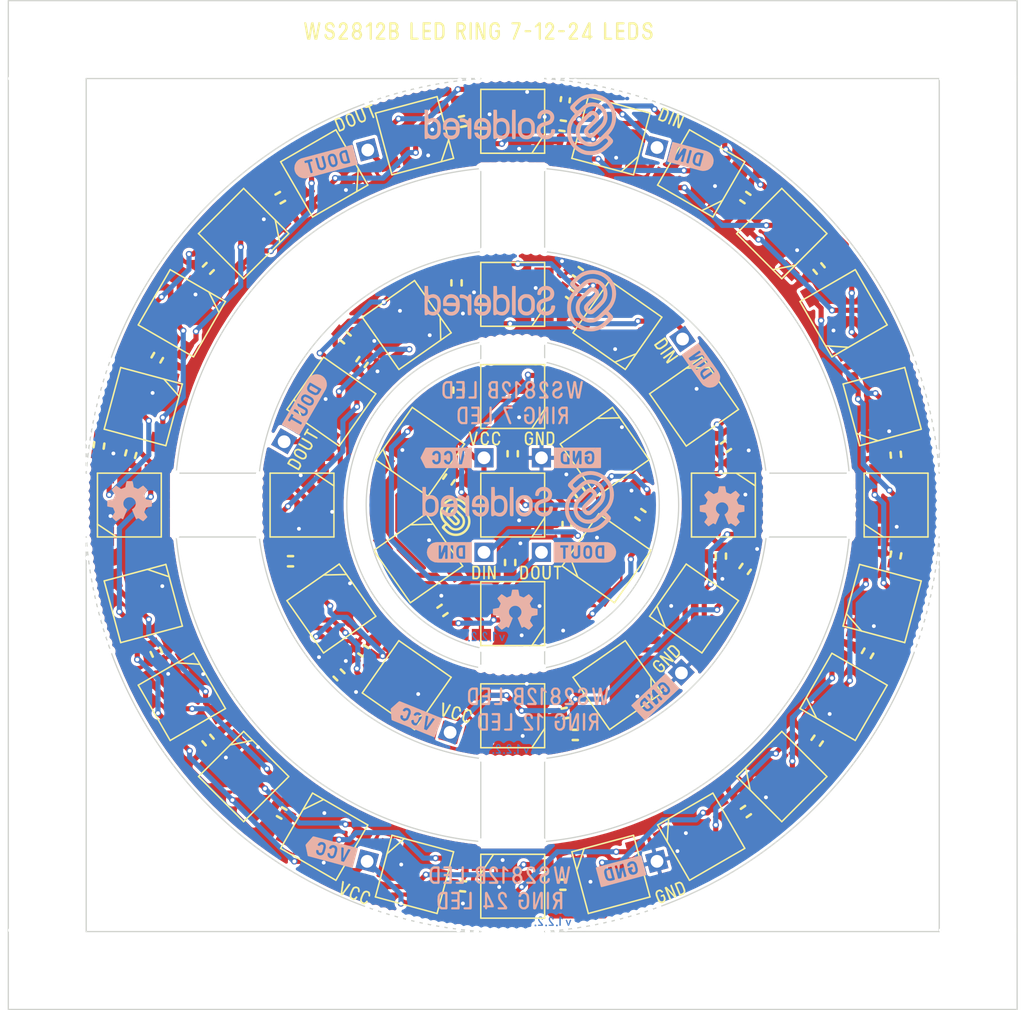
<source format=kicad_pcb>
(kicad_pcb (version 20210623) (generator pcbnew)
  (layers (0 "F.Cu" signal) (31 "B.Cu" signal) (34 "B.Paste" user) (35 "F.Paste" user) (36 "B.SilkS" user "B.Silkscreen") (37 "F.SilkS" user "F.Silkscreen") (38 "B.Mask" user) (39 "F.Mask" user) (44 "Edge.Cuts" user))
  (net 0 "")
  (net 1 "VCC")
  (net 2 "GND")
  (net 3 "Net-(LED1-Pad2)")
  (net 4 "Net-(LED2-Pad2)")
  (net 5 "Net-(LED3-Pad2)")
  (net 6 "Net-(LED4-Pad2)")
  (net 7 "Net-(LED5-Pad2)")
  (net 8 "Net-(LED6-Pad2)")
  (net 9 "Net-(LED7-Pad2)")
  (net 10 "Net-(LED1-Pad4)")
  (net 11 "Net-(PAD2-Pad1)")
  (net 12 "Net-(LED8-Pad2)")
  (net 13 "Net-(LED8-Pad4)")
  (net 14 "Net-(LED10-Pad4)")
  (net 15 "Net-(LED10-Pad2)")
  (net 16 "Net-(LED11-Pad2)")
  (net 17 "Net-(LED12-Pad2)")
  (net 18 "Net-(LED13-Pad2)")
  (net 19 "Net-(LED14-Pad2)")
  (net 20 "Net-(LED15-Pad2)")
  (net 21 "Net-(LED15-Pad4)")
  (net 22 "Net-(LED16-Pad2)")
  (net 23 "Net-(LED17-Pad2)")
  (net 24 "Net-(LED19-Pad2)")
  (net 25 "Net-(PAD10-Pad1)")
  (net 26 "Net-(LED20-Pad2)")
  (net 27 "Net-(LED20-Pad4)")
  (net 28 "Net-(LED21-Pad2)")
  (net 29 "Net-(LED21-Pad4)")
  (net 30 "Net-(LED22-Pad2)")
  (net 31 "Net-(LED23-Pad2)")
  (net 32 "Net-(LED24-Pad2)")
  (net 33 "Net-(LED25-Pad2)")
  (net 34 "Net-(LED26-Pad2)")
  (net 35 "Net-(LED27-Pad2)")
  (net 36 "Net-(LED28-Pad2)")
  (net 37 "Net-(LED28-Pad4)")
  (net 38 "Net-(LED29-Pad2)")
  (net 39 "Net-(LED30-Pad2)")
  (net 40 "Net-(LED31-Pad2)")
  (net 41 "Net-(LED32-Pad2)")
  (net 42 "Net-(LED33-Pad2)")
  (net 43 "Net-(LED34-Pad2)")
  (net 44 "Net-(LED35-Pad2)")
  (net 45 "Net-(LED36-Pad2)")
  (net 46 "Net-(LED37-Pad2)")
  (net 47 "Net-(LED38-Pad2)")
  (net 48 "Net-(LED39-Pad2)")
  (net 49 "Net-(LED40-Pad2)")
  (net 50 "Net-(LED43-Pad2)")
  (net 51 "Net-(PAD18-Pad1)")
  (footprint "Soldered Graphics:Logo-Back-SolderedFULL-15mm" (layer "F.Cu") (at 111.93 108.24)
    (fp_text reference "REF**" hide)
    (fp_text value "Logo-Front-SolderedFULL-15mm" hide)
  )
  (footprint "e-radionica.com footprinti:WS2812B LED" (layer "F.Cu") (at 132.57 129.76 -135)
    (fp_text reference "LED21")
    (fp_text value "WS2812B")
  )
  (footprint "e-radionica.com footprinti:PAD_2x1.5" (layer "F.Cu") (at 100.11 136.37 -15)
    (fp_text reference "PAD20")
    (fp_text value "PAD_2x1.5")
  )
  (footprint "Soldered Graphics:Logo-Back-OSH-3.5mm" (layer "F.Cu") (at 111.7 116.7)
    (fp_text reference "G***" hide)
    (fp_text value "LOGO" hide)
  )
  (footprint "e-radionica.com footprinti:HOLE_0.5mm" (layer "F.Cu") (at 79.9 97.1 90)
    (fp_text reference "REF**" hide)
    (fp_text value "HOLE_0.5mm" hide)
  )
  (footprint "e-radionica.com footprinti:FIDUCIAL_23" (layer "F.Cu") (at 111.5 92)
    (fp_text reference "FD2")
    (fp_text value "FIDUCIAL")
  )
  (footprint "e-radionica.com footprinti:HOLE_0.5mm" (layer "F.Cu") (at 117.05 141.5 180)
    (fp_text reference "REF**" hide)
    (fp_text value "HOLE_0.5mm" hide)
  )
  (footprint "e-radionica.com footprinti:WS2812B LED" (layer "F.Cu") (at 125.7 100.4 125)
    (fp_text reference "LED10")
    (fp_text value "WS2812B")
  )
  (footprint "e-radionica.com footprinti:HOLE_0.5mm" (layer "F.Cu") (at 115.05 75.1)
    (fp_text reference "REF**" hide)
    (fp_text value "HOLE_0.5mm" hide)
  )
  (footprint "e-radionica.com footprinti:WS2812B LED" (layer "F.Cu") (at 104.25 104.333334 -125)
    (fp_text reference "LED7")
    (fp_text value "WS2812B")
  )
  (footprint "e-radionica.com footprinti:HOLE_0.5mm" (layer "F.Cu") (at 145.05 109.2 -90)
    (fp_text reference "REF**" hide)
    (fp_text value "HOLE_0.5mm" hide)
  )
  (footprint "e-radionica.com footprinti:HOLE_0.5mm" (layer "F.Cu") (at 149.1 75.1 180)
    (fp_text reference "REF**" hide)
    (fp_text value "HOLE_0.5mm" hide)
  )
  (footprint "e-radionica.com footprinti:HOLE_0.5mm" (layer "F.Cu") (at 78.5 102.3 90)
    (fp_text reference "REF**" hide)
    (fp_text value "HOLE_0.5mm" hide)
  )
  (footprint "e-radionica.com footprinti:PAD_2x1.5" (layer "F.Cu") (at 122.78 136.4 15)
    (fp_text reference "PAD21")
    (fp_text value "PAD_2x1.5")
  )
  (footprint "e-radionica.com footprinti:WS2812B LED" (layer "F.Cu") (at 125.7 116.6 -125)
    (fp_text reference "LED12")
    (fp_text value "WS2812B")
  )
  (footprint "e-radionica.com footprinti:WS2812B LED" (layer "F.Cu") (at 140.43 116.21 -105)
    (fp_text reference "LED38")
    (fp_text value "WS2812B")
  )
  (footprint "e-radionica.com footprinti:HOLE_0.5mm" (layer "F.Cu") (at 111.1 134.9 180)
    (fp_text reference "REF**" hide)
    (fp_text value "HOLE_0.5mm" hide)
  )
  (footprint "e-radionica.com footprinti:HOLE_0.5mm" (layer "F.Cu") (at 109.75 82.1)
    (fp_text reference "REF**" hide)
    (fp_text value "HOLE_0.5mm" hide)
  )
  (footprint "e-radionica.com footprinti:HOLE_0.5mm" (layer "F.Cu") (at 85.1 108.1 90)
    (fp_text reference "REF**" hide)
    (fp_text value "HOLE_0.5mm" hide)
  )
  (footprint "e-radionica.com footprinti:HOLE_0.5mm" (layer "F.Cu") (at 76.2 75.1 180)
    (fp_text reference "REF**" hide)
    (fp_text value "HOLE_0.5mm" hide)
  )
  (footprint "e-radionica.com footprinti:HOLE_0.5mm" (layer "F.Cu") (at 112.85 142 180)
    (fp_text reference "REF**" hide)
    (fp_text value "HOLE_0.5mm" hide)
  )
  (footprint "e-radionica.com footprinti:0603C" (layer "F.Cu") (at 111.3 113 90)
    (fp_text reference "C5")
    (fp_text value "0603C")
  )
  (footprint "e-radionica.com footprinti:HOLE_0.5mm" (layer "F.Cu") (at 103.3 75.95)
    (fp_text reference "REF**" hide)
    (fp_text value "HOLE_0.5mm" hide)
  )
  (footprint "e-radionica.com footprinti:PAD_2x1.5" (layer "F.Cu") (at 124.8 95.5 125)
    (fp_text reference "PAD10")
    (fp_text value "PAD_2x1.5")
  )
  (footprint "e-radionica.com footprinti:HOLE_0.5mm" (layer "F.Cu") (at 131.4 110.9 -90)
    (fp_text reference "REF**" hide)
    (fp_text value "HOLE_0.5mm" hide)
  )
  (footprint "e-radionica.com footprinti:HOLE_0.5mm" (layer "F.Cu") (at 100.75 140.25 180)
    (fp_text reference "REF**" hide)
    (fp_text value "HOLE_0.5mm" hide)
  )
  (footprint "e-radionica.com footprinti:HOLE_0.5mm" (layer "F.Cu") (at 111.45 142 180)
    (fp_text reference "REF**" hide)
    (fp_text value "HOLE_0.5mm" hide)
  )
  (footprint "e-radionica.com footprinti:HOLE_0.5mm" (layer "F.Cu") (at 79.95 119.95 90)
    (fp_text reference "REF**" hide)
    (fp_text value "HOLE_0.5mm" hide)
  )
  (footprint "e-radionica.com footprinti:HOLE_0.5mm" (layer "F.Cu") (at 120.3 76.1)
    (fp_text reference "REF**" hide)
    (fp_text value "HOLE_0.5mm" hide)
  )
  (footprint "e-radionica.com footprinti:HOLE_0.5mm" (layer "F.Cu") (at 150.7 75.1 180)
    (fp_text reference "REF**" hide)
    (fp_text value "HOLE_0.5mm" hide)
  )
  (footprint "e-radionica.com footprinti:HOLE_0.5mm" (layer "F.Cu") (at 73.8 141.8 180)
    (fp_text reference "REF**" hide)
    (fp_text value "HOLE_0.5mm" hide)
  )
  (footprint "e-radionica.com footprinti:HOLE_0.5mm" (layer "F.Cu") (at 112.55 82.05)
    (fp_text reference "REF**" hide)
    (fp_text value "HOLE_0.5mm" hide)
  )
  (footprint "e-radionica.com footprinti:PAD_2x1.5" (layer "F.Cu") (at 100.11 136.37 -15)
    (fp_text reference "PAD24")
    (fp_text value "PAD_2x1.5")
  )
  (footprint "e-radionica.com footprinti:HOLE_0.5mm" (layer "F.Cu") (at 107.25 141.75 180)
    (fp_text reference "REF**" hide)
    (fp_text value "HOLE_0.5mm" hide)
  )
  (footprint "e-radionica.com footprinti:HOLE_0.5mm" (layer "F.Cu") (at 109 134.8 180)
    (fp_text reference "REF**" hide)
    (fp_text value "HOLE_0.5mm" hide)
  )
  (footprint "e-radionica.com footprinti:HOLE_0.5mm" (layer "F.Cu") (at 131.45 110.2 -90)
    (fp_text reference "REF**" hide)
    (fp_text value "HOLE_0.5mm" hide)
  )
  (footprint "e-radionica.com footprinti:HOLE_0.5mm" (layer "F.Cu") (at 112.15 142 180)
    (fp_text reference "REF**" hide)
    (fp_text value "HOLE_0.5mm" hide)
  )
  (footprint "e-radionica.com footprinti:HOLE_0.5mm" (layer "F.Cu") (at 110.5 88.45)
    (fp_text reference "REF**" hide)
    (fp_text value "HOLE_0.5mm" hide)
  )
  (footprint "e-radionica.com footprinti:HOLE_0.5mm" (layer "F.Cu") (at 113.3 97.1)
    (fp_text reference "REF**" hide)
    (fp_text value "HOLE_0.5mm" hide)
  )
  (footprint "e-radionica.com footprinti:0603C" (layer "F.Cu") (at 87.663812 89.966188 -135)
    (fp_text reference "C26")
    (fp_text value "0603C")
  )
  (footprint "e-radionica.com footprinti:PAD_2x1.5" (layer "F.Cu") (at 122.78 80.52 -15)
    (fp_text reference "PAD19")
    (fp_text value "PAD_2x1.5")
  )
  (footprint "e-radionica.com footprinti:HOLE_0.5mm" (layer "F.Cu") (at 118.35 75.65)
    (fp_text reference "REF**" hide)
    (fp_text value "HOLE_0.5mm" hide)
  )
  (footprint "e-radionica.com footprinti:HOLE_0.5mm" (layer "F.Cu") (at 111.85 128.5 180)
    (fp_text reference "REF**" hide)
    (fp_text value "HOLE_0.5mm" hide)
  )
  (footprint "e-radionica.com footprinti:HOLE_0.5mm" (layer "F.Cu") (at 79.1 99.7 90)
    (fp_text reference "REF**" hide)
    (fp_text value "HOLE_0.5mm" hide)
  )
  (footprint "e-radionica.com footprinti:HOLE_0.5mm" (layer "F.Cu") (at 109.45 75)
    (fp_text reference "REF**" hide)
    (fp_text value "HOLE_0.5mm" hide)
  )
  (footprint "e-radionica.com footprinti:0603C" (layer "F.Cu") (at 106 116.75 35)
    (fp_text reference "C6")
    (fp_text value "0603C")
  )
  (footprint "e-radionica.com footprinti:0603C" (layer "F.Cu") (at 129.7 113.5 55)
    (fp_text reference "C12")
    (fp_text value "0603C")
  )
  (footprint "e-radionica.com footprinti:HOLE_0.5mm" (layer "F.Cu") (at 110.05 142 180)
    (fp_text reference "REF**" hide)
    (fp_text value "HOLE_0.5mm" hide)
  )
  (footprint "e-radionica.com footprinti:WS2812B LED" (layer "F.Cu") (at 111.5 78.45)
    (fp_text reference "LED20")
    (fp_text value "WS2812B")
  )
  (footprint "e-radionica.com footprinti:0603C" (layer "F.Cu") (at 107.57 78.46 -168)
    (fp_text reference "C40")
    (fp_text value "0603C")
  )
  (footprint "e-radionica.com footprinti:HOLE_0.5mm" (layer "F.Cu") (at 131.5 109.5 -90)
    (fp_text reference "REF**" hide)
    (fp_text value "HOLE_0.5mm" hide)
  )
  (footprint "e-radionica.com footprinti:HOLE_0.5mm" (layer "F.Cu") (at 148.3 75.1 180)
    (fp_text reference "REF**" hide)
    (fp_text value "HOLE_0.5mm" hide)
  )
  (footprint "e-radionica.com footprinti:HOLE_0.5mm" (layer "F.Cu") (at 131.5 108.8 -90)
    (fp_text reference "REF**" hide)
    (fp_text value "HOLE_0.5mm" hide)
  )
  (footprint "e-radionica.com footprinti:HOLE_0.5mm" (layer "F.Cu") (at 103.95 75.8)
    (fp_text reference "REF**" hide)
    (fp_text value "HOLE_0.5mm" hide)
  )
  (footprint "e-radionica.com footprinti:HOLE_0.5mm" (layer "F.Cu") (at 144.65 103.6 -90)
    (fp_text reference "REF**" hide)
    (fp_text value "HOLE_0.5mm" hide)
  )
  (footprint "e-radionica.com footprinti:PAD_2x1.5" (layer "F.Cu") (at 124.7 121.6 135)
    (fp_text reference "PAD9")
    (fp_text value "PAD_2x1.5")
  )
  (footprint "e-radionica.com footprinti:HOLE_0.5mm" (layer "F.Cu") (at 105.3 141.45 180)
    (fp_text reference "REF**" hide)
    (fp_text value "HOLE_0.5mm" hide)
  )
  (footprint "e-radionica.com footprinti:0603C" (layer "F.Cu") (at 98.4 95.4 -40)
    (fp_text reference "C19")
    (fp_text value "0603C")
  )
  (footprint "e-radionica.com footprinti:HOLE_0.5mm" (layer "F.Cu") (at 79.7 119.3 90)
    (fp_text reference "REF**" hide)
    (fp_text value "HOLE_0.5mm" hide)
  )
  (footprint "e-radionica.com footprinti:HOLE_0.5mm" (layer "F.Cu") (at 144.75 104.3 -90)
    (fp_text reference "REF**" hide)
    (fp_text value "HOLE_0.5mm" hide)
  )
  (footprint "e-radionica.com footprinti:HOLE_0.5mm" (layer "F.Cu") (at 112.55 128.5 180)
    (fp_text reference "REF**" hide)
    (fp_text value "HOLE_0.5mm" hide)
  )
  (footprint "e-radionica.com footprinti:WS2812B LED" (layer "F.Cu") (at 118.7 104.33334 125)
    (fp_text reference "LED3")
    (fp_text value "WS2812B")
  )
  (footprint "e-radionica.com footprinti:HOLE_0.5mm" (layer "F.Cu") (at 114.35 75.05)
    (fp_text reference "REF**" hide)
    (fp_text value "HOLE_0.5mm" hide)
  )
  (footprint "e-radionica.com footprinti:0603C" (layer "F.Cu") (at 107.25 99.5 -90)
    (fp_text reference "C2")
    (fp_text value "0603C")
  )
  (footprint "e-radionica.com footprinti:0603C" (layer "F.Cu") (at 116.6 90.3 145)
    (fp_text reference "C9")
    (fp_text value "0603C")
  )
  (footprint "e-radionica.com footprinti:WS2812B LED" (layer "F.Cu") (at 126.26 82.53 -30)
    (fp_text reference "LED24")
    (fp_text value "WS2812B")
  )
  (footprint "e-radionica.com footprinti:HOLE_0.5mm" (layer "F.Cu") (at 111.2 88.45)
    (fp_text reference "REF**" hide)
    (fp_text value "HOLE_0.5mm" hide)
  )
  (footprint "buzzardLabel" (layer "F.Cu") (at 108.8 71.4)
    (fp_text reference "")
    (fp_text value "")
  )
  (footprint "e-radionica.com footprinti:HOLE_0.5mm" (layer "F.Cu") (at 137.9 110.25 -90)
    (fp_text reference "REF**" hide)
    (fp_text value "HOLE_0.5mm" hide)
  )
  (footprint "e-radionica.com footprinti:HOLE_0.5mm" (layer "F.Cu") (at 145.9 141.8 180)
    (fp_text reference "REF**" hide)
    (fp_text value "HOLE_0.5mm" hide)
  )
  (footprint "e-radionica.com footprinti:HOLE_0.5mm" (layer "F.Cu") (at 111.9 88.45)
    (fp_text reference "REF**" hide)
    (fp_text value "HOLE_0.5mm" hide)
  )
  (footprint "e-radionica.com footprinti:HOLE_0.5mm" (layer "F.Cu") (at 110.15 74.95)
    (fp_text reference "REF**" hide)
    (fp_text value "HOLE_0.5mm" hide)
  )
  (footprint "e-radionica.com footprinti:HOLE_0.5mm" (layer "F.Cu") (at 144.55 102.9 -90)
    (fp_text reference "REF**" hide)
    (fp_text value "HOLE_0.5mm" hide)
  )
  (footprint "e-radionica.com footprinti:HOLE_0.5mm" (layer "F.Cu") (at 78.15 104.25 90)
    (fp_text reference "REF**" hide)
    (fp_text value "HOLE_0.5mm" hide)
  )
  (footprint "e-radionica.com footprinti:HOLE_0.5mm" (layer "F.Cu") (at 113.65 75)
    (fp_text reference "REF**" hide)
    (fp_text value "HOLE_0.5mm" hide)
  )
  (footprint "e-radionica.com footprinti:HOLE_0.5mm" (layer "F.Cu") (at 79.5 98.4 90)
    (fp_text reference "REF**" hide)
    (fp_text value "HOLE_0.5mm" hide)
  )
  (footprint "e-radionica.com footprinti:FIDUCIAL_23" (layer "F.Cu") (at 118.7 104.33334)
    (fp_text reference "FD1")
    (fp_text value "FIDUCIAL")
  )
  (footprint "e-radionica.com footprinti:HOLE_0.5mm" (layer "F.Cu") (at 91.6 106.05 90)
    (fp_text reference "REF**" hide)
    (fp_text value "HOLE_0.5mm" hide)
  )
  (footprint "e-radionica.com footprinti:WS2812B LED" (layer "F.Cu") (at 103.2 94.4 35)
    (fp_text reference "LED19")
    (fp_text value "WS2812B")
  )
  (footprint "e-radionica.com footprinti:HOLE_0.5mm" (layer "F.Cu") (at 111.9 95.55)
    (fp_text reference "REF**" hide)
    (fp_text value "HOLE_0.5mm" hide)
  )
  (footprint "e-radionica.com footprinti:HOLE_0.5mm" (layer "F.Cu") (at 78.65 115.4 90)
    (fp_text reference "REF**" hide)
    (fp_text value "HOLE_0.5mm" hide)
  )
  (footprint "e-radionica.com footprinti:HOLE_0.5mm" (layer "F.Cu") (at 149.9 75.1 180)
    (fp_text reference "REF**" hide)
    (fp_text value "HOLE_0.5mm" hide)
  )
  (footprint "e-radionica.com footprinti:HOLE_0.5mm" (layer "F.Cu") (at 100.1 140.05 180)
    (fp_text reference "REF**" hide)
    (fp_text value "HOLE_0.5mm" hide)
  )
  (footprint "e-radionica.com footprinti:HOLE_0.5mm" (layer "F.Cu") (at 78.8 101 90)
    (fp_text reference "REF**" hide)
    (fp_text value "HOLE_0.5mm" hide)
  )
  (footprint "e-radionica.com footprinti:HOLE_0.5mm" (layer "F.Cu") (at 77.95 109.15 90)
    (fp_text reference "REF**" hide)
    (fp_text value "HOLE_0.5mm" hide)
  )
  (footprint "e-radionica.com footprinti:HOLE_0.5mm" (layer "F.Cu") (at 72.2 141.8 180)
    (fp_text reference "REF**" hide)
    (fp_text value "HOLE_0.5mm" hide)
  )
  (footprint "e-radionica.com footprinti:HOLE_0.5mm" (layer "F.Cu") (at 107.35 75.25)
    (fp_text reference "REF**" hide)
    (fp_text value "HOLE_0.5mm" hide)
  )
  (footprint "e-radionica.com footprinti:0603R" (layer "F.Cu") (at 115.62 76.76 82)
    (fp_text reference "R3")
    (fp_text value "100")
  )
  (footprint "e-radionica.com footprinti:HOLE_0.5mm" (layer "F.Cu") (at 78.8 116.05 90)
    (fp_text reference "REF**" hide)
    (fp_text value "HOLE_0.5mm" hide)
  )
  (footprint "e-radionica.com footprinti:0603C" (layer "F.Cu") (at 135.49 89.98 130)
    (fp_text reference "C39")
    (fp_text value "0603C")
  )
  (footprint "e-radionica.com footprinti:HOLE_0.5mm" (layer "F.Cu") (at 144.7 113.35 -90)
    (fp_text reference "REF**" hide)
    (fp_text value "HOLE_0.5mm" hide)
  )
  (footprint "e-radionica.com footprinti:0603C" (layer "F.Cu") (at 116.4 126.5 180)
    (fp_text reference "C14")
    (fp_text value "0603C")
  )
  (footprint "e-radionica.com footprinti:HOLE_0.5mm" (layer "F.Cu") (at 115.75 75.2)
    (fp_text reference "REF**" hide)
    (fp_text value "HOLE_0.5mm" hide)
  )
  (footprint "e-radionica.com footprinti:HOLE_0.5mm" (layer "F.Cu") (at 109.05 119.8 180)
    (fp_text reference "REF**" hide)
    (fp_text value "HOLE_0.5mm" hide)
  )
  (footprint "e-radionica.com footprinti:HOLE_0.5mm" (layer "F.Cu") (at 105.25 75.55)
    (fp_text reference "REF**" hide)
    (fp_text value "HOLE_0.5mm" hide)
  )
  (footprint "e-radionica.com footprinti:HOLE_0.5mm" (layer "F.Cu") (at 85.15 106.7 90)
    (fp_text reference "REF**" hide)
    (fp_text value "HOLE_0.5mm" hide)
  )
  (footprint "e-radionica.com footprinti:WS2812B LED" (layer "F.Cu") (at 128 108.5 90)
    (fp_text reference "LED11")
    (fp_text value "WS2812B")
  )
  (footprint "e-radionica.com footprinti:HOLE_0.5mm" (layer "F.Cu") (at 121.65 140.45 180)
    (fp_text reference "REF**" hide)
    (fp_text value "HOLE_0.5mm" hide)
  )
  (footprint "e-radionica.com footprinti:PAD_2x1.5" (layer "F.Cu") (at 100.14 80.68 15)
    (fp_text reference "PAD22")
    (fp_text value "PAD_2x1.5")
  )
  (footprint "buzzardLabel" (layer "F.Cu") (at 123.55 120.55 45)
    (fp_text reference "")
    (fp_text value "")
  )
  (footprint "e-radionica.com footprinti:PAD_2x1.5" (layer "F.Cu") (at 113.75 104.8)
    (fp_text reference "PAD4")
    (fp_text value "PAD_2x1.5")
  )
  (footprint "e-radionica.com footprinti:HOLE_0.5mm" (layer "F.Cu") (at 137.9 106.75 -90)
    (fp_text reference "REF**" hide)
    (fp_text value "HOLE_0.5mm" hide)
  )
  (footprint "e-radionica.com footprinti:HOLE_0.5mm" (layer "F.Cu") (at 91.5 108.15 90)
    (fp_text reference "REF**" hide)
    (fp_text value "HOLE_0.5mm" hide)
  )
  (footprint "e-radionica.com footprinti:0603C" (layer "F.Cu") (at 115.41 78.8 172)
    (fp_text reference "C42")
    (fp_text value "0603C")
  )
  (footprint "e-radionica.com footprinti:WS2812B LED" (layer "F.Cu") (at 95 108.5 90)
    (fp_text reference "LED15")
    (fp_text value "WS2812B")
  )
  (footprint "e-radionica.com footprinti:HOLE_0.5mm" (layer "F.Cu") (at 113.25 119.85 180)
    (fp_text reference "REF**" hide)
    (fp_text value "HOLE_0.5mm" hide)
  )
  (footprint "Soldered Graphics:Logo-Back-SolderedFULL-15mm" (layer "F.Cu") (at 112.1 92.5)
    (fp_text reference "REF**" hide)
    (fp_text value "Logo-Front-SolderedFULL-15mm" hide)
  )
  (footprint "e-radionica.com footprinti:HOLE_0.5mm" (layer "F.Cu") (at 114 95.75)
    (fp_text reference "REF**" hide)
    (fp_text value "HOLE_0.5mm" hide)
  )
  (footprint "e-radionica.com footprinti:HOLE_0.5mm" (layer "F.Cu") (at 121 140.65 180)
    (fp_text reference "REF**" hide)
    (fp_text value "HOLE_0.5mm" hide)
  )
  (footprint "e-radionica.com footprinti:HOLE_0.5mm" (layer "F.Cu") (at 144.8 112.7 -90)
    (fp_text reference "REF**" hide)
    (fp_text value "HOLE_0.5mm" hide)
  )
  (footprint "e-radionica.com footprinti:HOLE_0.5mm" (layer "F.Cu") (at 120.95 76.3)
    (fp_text reference "REF**" hide)
    (fp_text value "HOLE_0.5mm" hide)
  )
  (footprint "e-radionica.com footprinti:HOLE_0.5mm" (layer "F.Cu") (at 118.4 141.3 180)
    (fp_text reference "REF**" hide)
    (fp_text value "HOLE_0.5mm" hide)
  )
  (footprint "e-radionica.com footprinti:HOLE_0.5mm" (layer "F.Cu") (at 75.4 75.1 180)
    (fp_text reference "REF**" hide)
    (fp_text value "HOLE_0.5mm" hide)
  )
  (footprint "e-radionica.com footprinti:HOLE_0.5mm" (layer "F.Cu") (at 79.3 99.05 90)
    (fp_text reference "REF**" hide)
    (fp_text value "HOLE_0.5mm" hide)
  )
  (footprint "e-radionica.com footprinti:HOLE_0.5mm" (layer "F.Cu") (at 122.95 140 180)
    (fp_text reference "REF**" hide)
    (fp_text value "HOLE_0.5mm" hide)
  )
  (footprint "Soldered Graphics:Logo-Front-Soldered-3mm" (layer "F.Cu") (at 107 109.44)
    (fp_text reference "G***" hide)
    (fp_text value "LOGO" hide)
  )
  (footprint "e-radionica.com footprinti:HOLE_0.5mm" (layer "F.Cu") (at 109.75 119.9 180)
    (fp_text reference "REF**" hide)
    (fp_text value "HOLE_0.5mm" hide)
  )
  (footprint "e-radionica.com footprinti:HOLE_0.5mm" (layer "F.Cu") (at 143.3 119.2 -90)
    (fp_text reference "REF**" hide)
    (fp_text value "HOLE_0.5mm" hide)
  )
  (footprint "buzzardLabel" (layer "F.Cu") (at 95.1 104.15 60)
    (fp_text reference "")
    (fp_text value "")
  )
  (footprint "e-radionica.com footprinti:HOLE_0.5mm" (layer "F.Cu") (at 85.1 107.4 90)
    (fp_text reference "REF**" hide)
    (fp_text value "HOLE_0.5mm" hide)
  )
  (footprint "e-radionica.com footprinti:HOLE_0.5mm" (layer "F.Cu") (at 143.7 98.95 -90)
    (fp_text reference "REF**" hide)
    (fp_text value "HOLE_0.5mm" hide)
  )
  (footprint "e-radionica.com footprinti:0603C" (layer "F.Cu") (at 94.1 112.9)
    (fp_text reference "C17")
    (fp_text value "0603C")
  )
  (footprint "e-radionica.com footprinti:HOLE_0.5mm" (layer "F.Cu") (at 112.6 95.55)
    (fp_text reference "REF**" hide)
    (fp_text value "HOLE_0.5mm" hide)
  )
  (footprint "e-radionica.com footprinti:HOLE_0.5mm" (layer "F.Cu") (at 85.1 109.5 90)
    (fp_text reference "REF**" hide)
    (fp_text value "HOLE_0.5mm" hide)
  )
  (footprint "e-radionica.com footprinti:HOLE_0.5mm" (layer "F.Cu") (at 113.9 121.15 180)
    (fp_text reference "REF**" hide)
    (fp_text value "HOLE_0.5mm" hide)
  )
  (footprint "e-radionica.com footprinti:WS2812B LED" (layer "F.Cu") (at 119.7 122.6 35)
    (fp_text reference "LED13")
    (fp_text value "WS2812B")
  )
  (footprint "e-radionica.com footprinti:HOLE_0.5mm" (layer "F.Cu") (at 78.15 111.95 90)
    (fp_text reference "REF**" hide)
    (fp_text value "HOLE_0.5mm" hide)
  )
  (footprint "e-radionica.com footprinti:HOLE_0.5mm" (layer "F.Cu") (at 144.85 105 -90)
    (fp_text reference "REF**" hide)
    (fp_text value "HOLE_0.5mm" hide)
  )
  (footprint "e-radionica.com footprinti:HOLE_0.5mm" (layer "F.Cu") (at 111.15 128.5 180)
    (fp_text reference "REF**" hide)
    (fp_text value "HOLE_0.5mm" hide)
  )
  (footprint "e-radionica.com footprinti:HOLE_0.5mm" (layer "F.Cu") (at 147.5 141.8 180)
    (fp_text reference "REF**" hide)
    (fp_text value "HOLE_0.5mm" hide)
  )
  (footprint "e-radionica.com footprinti:HOLE_0.5mm" (layer "F.Cu") (at 108.05 75.15)
    (fp_text reference "REF**" hide)
    (fp_text value "HOLE_0.5mm" hide)
  )
  (footprint "e-radionica.com footprinti:HOLE_0.5mm" (layer "F.Cu") (at 122.9 76.9)
    (fp_text reference "REF**" hide)
    (fp_text value "HOLE_0.5mm" hide)
  )
  (footprint "e-radionica.com footprinti:HOLE_0.5mm" (layer "F.Cu") (at 144.2 115.95 -90)
    (fp_text reference "REF**" hide)
    (fp_text value "HOLE_0.5mm" hide)
  )
  (footprint "e-radionica.com footprinti:PAD_2x1.5" (layer "F.Cu") (at 100.14 80.68 15)
    (fp_text reference "PAD23")
    (fp_text value "PAD_2x1.5")
  )
  (footprint "e-radionica.com footprinti:HOLE_0.5mm" (layer "F.Cu") (at 78.05 105.65 90)
    (fp_text reference "REF**" hide)
    (fp_text value "HOLE_0.5mm" hide)
  )
  (footprint "e-radionica.com footprinti:HOLE_0.5mm" (layer "F.Cu") (at 143.5 118.55 -90)
    (fp_text reference "REF**" hide)
    (fp_text value "HOLE_0.5mm" hide)
  )
  (footprint "e-radionica.com footprinti:HOLE_0.5mm" (layer "F.Cu") (at 109.8 97.15)
    (fp_text reference "REF**" hide)
    (fp_text value "HOLE_0.5mm" hide)
  )
  (footprint "e-radionica.com footprinti:HOLE_0.5mm" (layer "F.Cu") (at 144.95 111.3 -90)
    (fp_text reference "REF**" hide)
    (fp_text value "HOLE_0.5mm" hide)
  )
  (footprint "e-radionica.com footprinti:HOLE_0.5mm" (layer "F.Cu") (at 85.1 108.8 90)
    (fp_text reference "REF**" hide)
    (fp_text value "HOLE_0.5mm" hide)
  )
  (footprint "e-radionica.com footprinti:0603C" (layer "F.Cu") (at 135.34 126.95 55)
    (fp_text reference "C22")
    (fp_text value "0603C")
  )
  (footprint "e-radionica.com footprinti:HOLE_0.5mm" (layer "F.Cu") (at 73 141.8 180)
    (fp_text reference "REF**" hide)
    (fp_text value "HOLE_0.5mm" hide)
  )
  (footprint "e-radionica.com footprinti:0603C" (layer "F.Cu") (at 107.61 138.35 -5)
    (fp_text reference "C24")
    (fp_text value "0603C")
  )
  (footprint "e-radionica.com footprinti:HOLE_0.5mm" (layer "F.Cu") (at 78.1 104.95 90)
    (fp_text reference "REF**" hide)
    (fp_text value "HOLE_0.5mm" hide)
  )
  (footprint "e-radionica.com footprinti:HOLE_0.5mm" (layer "F.Cu") (at 143.5 98.3 -90)
    (fp_text reference "REF**" hide)
    (fp_text value "HOLE_0.5mm" hide)
  )
  (footprint "e-radionica.com footprinti:HOLE_0.5mm" (layer "F.Cu") (at 111.2 95.55)
    (fp_text reference "REF**" hide)
    (fp_text value "HOLE_0.5mm" hide)
  )
  (footprint "e-radionica.com footprinti:HOLE_0.5mm" (layer "F.Cu") (at 143.1 119.85 -90)
    (fp_text reference "REF**" hide)
    (fp_text value "HOLE_0.5mm" hide)
  )
  (footprint "e-radionica.com footprinti:HOLE_0.5mm" (layer "F.Cu") (at 117.7 75.5)
    (fp_text reference "REF**" hide)
    (fp_text value "HOLE_0.5mm" hide)
  )
  (footprint "e-radionica.com footprinti:HOLE_0.5mm" (layer "F.Cu") (at 149.9 141.8 180)
    (fp_text reference "REF**" hide)
    (fp_text value "HOLE_0.5mm" hide)
  )
  (footprint "e-radionica.com footprinti:HOLE_0.5mm" (layer "F.Cu") (at 110.85 74.95)
    (fp_text reference "REF**" hide)
    (fp_text value "HOLE_0.5mm" hide)
  )
  (footprint "e-radionica.com footprinti:HOLE_0.5mm" (layer "F.Cu") (at 119.7 141 180)
    (fp_text reference "REF**" hide)
    (fp_text value "HOLE_0.5mm" hide)
  )
  (footprint "e-radionica.com footprinti:HOLE_0.5mm" (layer "F.Cu") (at 108.65 141.9 180)
    (fp_text reference "REF**" hide)
    (fp_text value "HOLE_0.5mm" hide)
  )
  (footprint "buzzardLabel" (layer "F.Cu") (at 123.85 138.85 22)
    (fp_text reference "")
    (fp_text value "")
  )
  (footprint "e-radionica.com footprinti:WS2812B LED" (layer "F.Cu") (at 81.48 108.5 -90)
    (fp_text reference "LED28")
    (fp_text value "WS2812B")
  )
  (footprint "e-radionica.com footprinti:HOLE_0.5mm" (layer "F.Cu") (at 111.15 120 180)
    (fp_text reference "REF**" hide)
    (fp_text value "HOLE_0.5mm" hide)
  )
  (footprint "e-radionica.com footprinti:WS2812B LED" (layer "F.Cu") (at 103.2 122.6 -35)
    (fp_text reference "LED16")
    (fp_text value "WS2812B")
  )
  (footprint "e-radionica.com footprinti:PAD_2x1.5" (layer "F.Cu") (at 122.78 80.52 -15)
    (fp_text reference "PAD18")
    (fp_text value "PAD_2x1.5")
  )
  (footprint "e-radionica.com footprinti:HOLE_0.5mm" (layer "F.Cu") (at 149.1 141.8 180)
    (fp_text reference "REF**" hide)
    (fp_text value "HOLE_0.5mm" hide)
  )
  (footprint "e-radionica.com footprinti:WS2812B LED" (layer "F.Cu") (at 111.5 92)
    (fp_text reference "LED8")
    (fp_text value "WS2812B")
  )
  (footprint "e-radionica.com footprinti:HOLE_0.5mm" (layer "F.Cu") (at 113.25 128.45 180)
    (fp_text reference "REF**" hide)
    (fp_text value "HOLE_0.5mm" hide)
  )
  (footprint "e-radionica.com footprinti:HOLE_0.5mm" (layer "F.Cu") (at 109.1 88.55)
    (fp_text reference "REF**" hide)
    (fp_text value "HOLE_0.5mm" hide)
  )
  (footprint "e-radionica.com footprinti:0603R" (layer "F.Cu") (at 116 92 -35)
    (fp_text reference "R2")
    (fp_text value "100")
  )
  (footprint "e-radionica.com footprinti:HOLE_0.5mm" (layer "F.Cu") (at 143.05 97 -90)
    (fp_text reference "REF**" hide)
    (fp_text value "HOLE_0.5mm" hide)
  )
  (footprint "e-radionica.com footprinti:HOLE_0.5mm" (layer "F.Cu") (at 145 110.6 -90)
    (fp_text reference "REF**" hide)
    (fp_text value "HOLE_0.5mm" hide)
  )
  (footprint "e-radionica.com footprinti:HOLE_0.5mm" (layer "F.Cu") (at 144.05 100.25 -90)
    (fp_text reference "REF**" hide)
    (fp_text value "HOLE_0.5mm" hide)
  )
  (footprint "e-radionica.com footprinti:WS2812B LED" (layer "F.Cu") (at 97.3 116.6 125)
    (fp_text reference "LED18")
    (fp_text value "WS2812B")
  )
  (footprint "e-radionica.com footprinti:HOLE_0.5mm" (layer "F.Cu") (at 114 97.2)
    (fp_text reference "REF**" hide)
    (fp_text value "HOLE_0.5mm" hide)
  )
  (footprint "e-radionica.com footprinti:0603C" (layer "F.Cu") (at 141.5 104.56 95)
    (fp_text reference "C41")
    (fp_text value "0603C")
  )
  (footprint "buzzardLabel" (layer "F.Cu") (at 107.05 124.8 -15)
    (fp_text reference "")
    (fp_text value "")
  )
  (footprint "e-radionica.com footprinti:HOLE_0.5mm" (layer "F.Cu") (at 91.5 108.85 90)
    (fp_text reference "REF**" hide)
    (fp_text value "HOLE_0.5mm" hide)
  )
  (footprint "e-radionica.com footprinti:HOLE_0.5mm" (layer "F.Cu") (at 144.45 102.2 -90)
    (fp_text reference "REF**" hide)
    (fp_text value "HOLE_0.5mm" hide)
  )
  (footprint "e-radionica.com footprinti:HOLE_0.5mm" (layer "F.Cu") (at 131.4 106 -90)
    (fp_text reference "REF**" hide)
    (fp_text value "HOLE_0.5mm" hide)
  )
  (footprint "Soldered Graphics:Logo-Back-OSH-3.5mm" (layer "F.Cu") (at 127.9 108.6)
    (fp_text reference "G***" hide)
    (fp_text value "LOGO" hide)
  )
  (footprint "e-radionica.com footprinti:WS2812B LED" (layer "F.Cu") (at 111.5 100)
    (fp_text reference "LED2")
    (fp_text value "WS2812B")
  )
  (footprint "e-radionica.com footprinti:HOLE_0.5mm" (layer "F.Cu") (at 109.1 95.8)
    (fp_text reference "REF**" hide)
    (fp_text value "HOLE_0.5mm" hide)
  )
  (footprint "e-radionica.com footprinti:HOLE_0.5mm" (layer "F.Cu") (at 77.95 107.05 90)
    (fp_text reference "REF**" hide)
    (fp_text value "HOLE_0.5mm" hide)
  )
  (footprint "buzzardLabel" (layer "F.Cu") (at 123.5 96.4 -55)
    (fp_text reference "")
    (fp_text value "")
  )
  (footprint "e-radionica.com footprinti:0603C" (layer "F.Cu") (at 129.76 132.5 35)
    (fp_text reference "C36")
    (fp_text value "0603C")
  )
  (footprint "e-radionica.com footprinti:HOLE_0.5mm" (layer "F.Cu") (at 147.5 75.1 180)
    (fp_text reference "REF**" hide)
    (fp_text value "HOLE_0.5mm" hide)
  )
  (footprint "e-radionica.com footprinti:HOLE_0.5mm" (layer "F.Cu") (at 113.3 88.5)
    (fp_text reference "REF**" hide)
    (fp_text value "HOLE_0.5mm" hide)
  )
  (footprint "e-radionica.com footprinti:HOLE_0.5mm" (layer "F.Cu") (at 112.95 74.95)
    (fp_text reference "REF**" hide)
    (fp_text value "HOLE_0.5mm" hide)
  )
  (footprint "e-radionica.com footprinti:HOLE_0.5mm" (layer "F.Cu") (at 145.1 75.1 180)
    (fp_text reference "REF**" hide)
    (fp_text value "HOLE_0.5mm" hide)
  )
  (footprint "e-radionica.com footprinti:HOLE_0.5mm" (layer "F.Cu") (at 79.1 117.35 90)
    (fp_text reference "REF**" hide)
    (fp_text value "HOLE_0.5mm" hide)
  )
  (footprint "buzzardLabel" (layer "F.Cu") (at 109.3 103.3)
    (fp_text reference "")
    (fp_text value "")
  )
  (footprint "e-radionica.com footprinti:HOLE_0.5mm" (layer "F.Cu") (at 144.2 100.9 -90)
    (fp_text reference "REF**" hide)
    (fp_text value "HOLE_0.5mm" hide)
  )
  (footprint "e-radionica.com footprinti:HOLE_0.5mm" (layer "F.Cu") (at 77.8 75.1 180)
    (fp_text reference "REF**" hide)
    (fp_text value "HOLE_0.5mm" hide)
  )
  (footprint "e-radionica.com footprinti:HOLE_0.5mm" (layer "F.Cu") (at 119 75.8)
    (fp_text reference "REF**" hide)
    (fp_text value "HOLE_0.5mm" hide)
  )
  (footprint "e-radionica.com footprinti:PAD_2x1.5" (layer "F.Cu") (at 124.7 121.6 135)
    (fp_text reference "PAD13")
    (fp_text value "PAD_2x1.5")
  )
  (footprint "e-radionica.com footprinti:HOLE_0.5mm" (layer "F.Cu") (at 110.5 95.6)
    (fp_text reference "REF**" hide)
    (fp_text value "HOLE_0.5mm" hide)
  )
  (footprint "e-radionica.com footprinti:HOLE_0.5mm" (layer "F.Cu") (at 111.15 82.05)
    (fp_text reference "REF**" hide)
    (fp_text value "HOLE_0.5mm" hide)
  )
  (footprint "e-radionica.com footprinti:HOLE_0.5mm" (layer "F.Cu") (at 144.35 115.3 -90)
    (fp_text reference "REF**" hide)
    (fp_text value "HOLE_0.5mm" hide)
  )
  (footprint "e-radionica.com footprinti:HOLE_0.5mm" (layer "F.Cu") (at 143.3 97.65 -90)
    (fp_text reference "REF**" hide)
    (fp_text value "HOLE_0.5mm" hide)
  )
  (footprint "e-radionica.com footprinti:HOLE_0.5mm" (layer "F.Cu") (at 131.5 108.1 -90)
    (fp_text reference "REF**" hide)
    (fp_text value "HOLE_0.5mm" hide)
  )
  (footprint "e-radionica.com footprinti:HOLE_0.5mm" (layer "F.Cu") (at 79.3 118 90)
    (fp_text reference "REF**" hide)
    (fp_text value "HOLE_0.5mm" hide)
  )
  (footprint "e-radionica.com footprinti:HOLE_0.5mm" (layer "F.Cu") (at 109.8 95.7)
    (fp_text reference "REF**" hide)
    (fp_text value "HOLE_0.5mm" hide)
  )
  (footprint "e-radionica.com footprinti:HOLE_0.5mm" (layer "F.Cu") (at 113.95 119.75 180)
    (fp_text reference "REF**" hide)
    (fp_text value "HOLE_0.5mm" hide)
  )
  (footprint "e-radionica.com footprinti:0603C" (layer "F.Cu") (at 79.1 103.83 -98)
    (fp_text reference "C25")
    (fp_text value "0603C")
  )
  (footprint "e-radionica.com footprinti:WS2812B LED" (layer "F.Cu") (at 90.43 129.76 135)
    (fp_text reference "LED36")
    (fp_text value "WS2812B")
  )
  (footprint "e-radionica.com footprinti:HOLE_0.5mm" (layer "F.Cu") (at 79.7 97.75 90)
    (fp_text reference "REF**" hide)
    (fp_text value "HOLE_0.5mm" hide)
  )
  (footprint "e-radionica.com footprinti:WS2812B LED" (layer "F.Cu") (at 141.52 108.5 -90)
    (fp_text reference "LED35")
    (fp_text value "WS2812B")
  )
  (footprint "e-radionica.com footprinti:HOLE_0.5mm" (layer "F.Cu") (at 74.6 75.1 180)
    (fp_text reference "REF**" hide)
    (fp_text value "HOLE_0.5mm" hide)
  )
  (footprint "e-radionica.com footprinti:HOLE_0.5mm" (layer "F.Cu") (at 78.95 116.7 90)
    (fp_text reference "REF**" hide)
    (fp_text value "HOLE_0.5mm" hide)
  )
  (footprint "e-radionica.com footprinti:0603C" (layer "F.Cu") (at 97.9 121.8 -45)
    (fp_text reference "C16")
    (fp_text value "0603C")
  )
  (footprint "e-radionica.com footprinti:WS2812B LED" (layer "F.Cu") (at 119.7 94.4 -35)
    (fp_text reference "LED9")
    (fp_text value "WS2812B")
  )
  (footprint "e-radionica.com footprinti:HOLE_0.5mm" (layer "F.Cu") (at 145.05 109.9 -90)
    (fp_text reference "REF**" hide)
    (fp_text value "HOLE_0.5mm" hide)
  )
  (footprint "e-radionica.com footprinti:HOLE_0.5mm" (layer "F.Cu") (at 131.45 106.7 -90)
    (fp_text reference "REF**" hide)
    (fp_text value "HOLE_0.5mm" hide)
  )
  (footprint "e-radionica.com footprinti:HOLE_0.5mm" (layer "F.Cu") (at 113.3 95.65)
    (fp_text reference "REF**" hide)
    (fp_text value "HOLE_0.5mm" hide)
  )
  (footprint "e-radionica.com footprinti:HOLE_0.5mm" (layer "F.Cu") (at 102.05 140.65 180)
    (fp_text reference "REF**" hide)
    (fp_text value "HOLE_0.5mm" hide)
  )
  (footprint "e-radionica.com footprinti:HOLE_0.5mm" (layer "F.Cu") (at 78.25 112.65 90)
    (fp_text reference "REF**" hide)
    (fp_text value "HOLE_0.5mm" hide)
  )
  (footprint "e-radionica.com footprinti:HOLE_0.5mm" (layer "F.Cu") (at 144.95 105.7 -90)
    (fp_text reference "REF**" hide)
    (fp_text value "HOLE_0.5mm" hide)
  )
  (footprint "e-radionica.com footprinti:HOLE_0.5mm" (layer "F.Cu") (at 144.6 114 -90)
    (fp_text reference "REF**" hide)
    (fp_text value "HOLE_0.5mm" hide)
  )
  (footprint "e-radionica.com footprinti:HOLE_0.5mm" (layer "F.Cu") (at 78 110.55 90)
    (fp_text reference "REF**" hide)
    (fp_text value "HOLE_0.5mm" hide)
  )
  (footprint "e-radionica.com footprinti:HOLE_0.5mm" (layer "F.Cu") (at 105.95 141.55 180)
    (fp_text reference "REF**" hide)
    (fp_text value "HOLE_0.5mm" hide)
  )
  (footprint "e-radionica.com footprinti:WS2812B LED" (layer "F.Cu") (at 119.19 79.58 -15)
    (fp_text reference "LED22")
    (fp_text value "WS2812B")
  )
  (footprint "e-radionica.com footprinti:HOLE_0.5mm" (layer "F.Cu") (at 131.5 107.4 -90)
    (fp_text reference "REF**" hide)
    (fp_text value "HOLE_0.5mm" hide)
  )
  (footprint "e-radionica.com footprinti:HOLE_0.5mm" (layer "F.Cu") (at 110.45 82.05)
    (fp_text reference "REF**" hide)
    (fp_text value "HOLE_0.5mm" hide)
  )
  (footprint "e-radionica.com footprinti:WS2812B LED" (layer "F.Cu") (at 111.5 125)
    (fp_text reference "LED14")
    (fp_text value "WS2812B")
  )
  (footprint "e-radionica.com footprinti:0603C" (layer "F.Cu") (at 81.591062 104.515126 -105)
    (fp_text reference "C38")
    (fp_text value "0603C")
  )
  (footprint "e-radionica.com footprinti:HOLE_0.5mm" (layer "F.Cu") (at 114.25 141.9 180)
    (fp_text reference "REF**" hide)
    (fp_text value "HOLE_0.5mm" hide)
  )
  (footprint "e-radionica.com footprinti:HOLE_0.5mm" (layer "F.Cu") (at 109.7 134.85 180)
    (fp_text reference "REF**" hide)
    (fp_text value "HOLE_0.5mm" hide)
  )
  (footprint "e-radionica.com footprinti:HOLE_0.5mm" (layer "F.Cu") (at 104.65 141.3 180)
    (fp_text reference "REF**" hide)
    (fp_text value "HOLE_0.5mm" hide)
  )
  (footprint "e-radionica.com footprinti:HOLE_0.5mm" (layer "F.Cu") (at 78.25 103.6 90)
    (fp_text reference "REF**" hide)
    (fp_text value "HOLE_0.5mm" hide)
  )
  (footprint "e-radionica.com footprinti:WS2812B LED" (layer "F.Cu") (at 82.57 116.21 105)
    (fp_text reference "LED42")
    (fp_text value "WS2812B")
  )
  (footprint "e-radionica.com footprinti:HOLE_0.5mm" (layer "F.Cu") (at 77.95 108.45 90)
    (fp_text reference "REF**" hide)
    (fp_text value "HOLE_0.5mm" hide)
  )
  (footprint "e-radionica.com footprinti:HOLE_0.5mm" (layer "F.Cu") (at 78.95 100.35 90)
    (fp_text reference "REF**" hide)
    (fp_text value "HOLE_0.5mm" hide)
  )
  (footprint "e-radionica.com footprinti:PAD_2x1.5" (layer "F.Cu") (at 113.75 112.2)
    (fp_text reference "PAD5")
    (fp_text value "PAD_2x1.5")
  )
  (footprint "e-radionica.com footprinti:HOLE_0.5mm" (layer "F.Cu") (at 78.55 114.75 90)
    (fp_text reference "REF**" hide)
    (fp_text value "HOLE_0.5mm" hide)
  )
  (footprint "e-radionica.com footprinti:HOLE_0.5mm" (layer "F.Cu") (at 110.5 97.05)
    (fp_text reference "REF**" hide)
    (fp_text value "HOLE_0.5mm" hide)
  )
  (footprint "e-radionica.com footprinti:HOLE_0.5mm" (layer "F.Cu") (at 106.65 75.35)
    (fp_text reference "REF**" hide)
    (fp_text value "HOLE_0.5mm" hide)
  )
  (footprint "e-radionica.com footprinti:0603C" (layer "F.Cu") (at 107.1 91.1 -90)
    (fp_text reference "C8")
    (fp_text value "0603C")
  )
  (footprint "e-radionica.com footprinti:HOLE_0.5mm" (layer "F.Cu") (at 143.7 117.9 -90)
    (fp_text reference "REF**" hide)
    (fp_text value "HOLE_0.5mm" hide)
  )
  (footprint "e-radionica.com footprinti:WS2812B LED" (layer "F.Cu") (at 126.26 134.47 -150)
    (fp_text reference "LED23")
    (fp_text value "WS2812B")
  )
  (footprint "e-radionica.com footprinti:HOLE_0.5mm" (layer "F.Cu") (at 109.1 97.25)
    (fp_text reference "REF**" hide)
    (fp_text value "HOLE_0.5mm" hide)
  )
  (footprint "e-radionica.com footprinti:HOLE_0.5mm" (layer "F.Cu") (at 104 141.15 180)
    (fp_text reference "REF**" hide)
    (fp_text value "HOLE_0.5mm" hide)
  )
  (footprint "e-radionica.com footprinti:PAD_2x1.5" (layer "F.Cu") (at 109.25 112.2)
    (fp_text reference "PAD2")
    (fp_text value "PAD_2x1.5")
  )
  (footprint "buzzardLabel" (layer "F.Cu") (at 113.7 113.8)
    (fp_text reference "")
    (fp_text value "")
  )
  (footprint "e-radionica.com footprinti:HOLE_0.5mm" (layer "F.Cu") (at 116.35 141.6 180)
    (fp_text reference "REF**" hide)
    (fp_text value "HOLE_0.5mm" hide)
  )
  (footprint "e-radionica.com footprinti:HOLE_0.5mm" (layer "F.Cu") (at 117.75 141.4 180)
    (fp_text reference "REF**" hide)
    (fp_text value "HOLE_0.5mm" hide)
  )
  (footprint "e-radionica.com footprinti:HOLE_0.5mm" (layer "F.Cu") (at 102.65 76.1)
    (fp_text reference "REF**" hide)
    (fp_text value "HOLE_0.5mm" hide)
  )
  (footprint "e-radionica.com footprinti:0603C" (layer "F.Cu") (at 99.8 119.91 145)
    (fp_text reference "C15")
    (fp_text value "0603C")
  )
  (footprint "buzzardLabel" (layer "F.Cu") (at 123.9 78.2 -22)
    (fp_text reference "")
    (fp_text value "")
  )
  (footprint "e-radionica.com footprinti:0603C" (layer "F.Cu") (at 121.5 109.25 145)
    (fp_text reference "C4")
    (fp_text value "0603C")
  )
  (footprint "e-radionica.com footprinti:0603C" (layer "F.Cu") (at 87.64 126.9 -50)
    (fp_text reference "C30")
    (fp_text value "0603C")
  )
  (footprint "e-radionica.com footprinti:HOLE_0.5mm" (layer "F.Cu") (at 144.35 101.55 -90)
    (fp_text reference "REF**" hide)
    (fp_text value "HOLE_0.5mm" hide)
  )
  (footprint "e-radionica.com footprinti:HOLE_0.5mm" (layer "F.Cu") (at 78.45 114.05 90)
    (fp_text reference "REF**" hide)
    (fp_text value "HOLE_0.5mm" hide)
  )
  (footprint "e-radionica.com footprinti:HOLE_0.5mm" (layer "F.Cu") (at 112.55 119.95 180)
    (fp_text reference "REF**" hide)
    (fp_text value "HOLE_0.5mm" hide)
  )
  (footprint "e-radionica.com footprinti:HOLE_0.5mm" (layer "F.Cu") (at 113.55 141.95 180)
    (fp_text reference "REF**" hide)
    (fp_text value "HOLE_0.5mm" hide)
  )
  (footprint "e-radionica.com footprinti:HOLE_0.5mm" (layer "F.Cu") (at 111.8 134.9 180)
    (fp_text reference "REF**" hide)
    (fp_text value "HOLE_0.5mm" hide)
  )
  (footprint "e-radionica.com footprinti:HOLE_0.5mm" (layer "F.Cu") (at 146.7 141.8 180)
    (fp_text reference "REF**" hide)
    (fp_text value "HOLE_0.5mm" hide)
  )
  (footprint "e-radionica.com footprinti:HOLE_0.5mm" (layer "F.Cu") (at 122.3 140.25 180)
    (fp_text reference "REF**" hide)
    (fp_text value "HOLE_0.5mm" hide)
  )
  (footprint "e-radionica.com footprinti:0603C" (layer "F.Cu") (at 115.6 124.8 -170)
    (fp_text reference "C13")
    (fp_text value "0603C")
  )
  (footprint "e-radionica.com footprinti:HOLE_0.5mm" (layer "F.Cu") (at 110.45 128.5 180)
    (fp_text reference "REF**" hide)
    (fp_text value "HOLE_0.5mm" hide)
  )
  (footprint "e-radionica.com footprinti:HOLE_0.5mm" (layer "F.Cu") (at 78.65 101.65 90)
    (fp_text reference "REF**" hide)
    (fp_text value "HOLE_0.5mm" hide)
  )
  (footprint "e-radionica.com footprinti:HOLE_0.5mm" (layer "F.Cu") (at 78.05 111.25 90)
    (fp_text reference "REF**" hide)
    (fp_text value "HOLE_0.5mm" hide)
  )
  (footprint "e-radionica.com footprinti:HOLE_0.5mm" (layer "F.Cu") (at 137.95 108.15 -90)
    (fp_text reference "REF**" hide)
    (fp_text value "HOLE_0.5mm" hide)
  )
  (footprint "e-radionica.com footprinti:HOLE_0.5mm" (layer "F.Cu") (at 91.6 110.95 90)
    (fp_text reference "REF**" hide)
    (fp_text value "HOLE_0.5mm" hide)
  )
  (footprint "e-radionica.com footprinti:HOLE_0.5mm" (layer "F.Cu") (at 110.75 142 180)
    (fp_text reference "REF**" hide)
    (fp_text value "HOLE_0.5mm" hide)
  )
  (footprint "e-radionica.com footprinti:0603C" (layer "F.Cu") (at 83.665 96.962199 -120)
    (fp_text reference "C28")
    (fp_text value "0603C")
  )
  (footprint "e-radionica.com footprinti:HOLE_0.5mm" (layer "F.Cu") (at 91.5 109.55 90)
    (fp_text reference "REF**" hide)
    (fp_text value "HOLE_0.5mm" hide)
  )
  (footprint "buzzardLabel" (layer "F.Cu") (at 99.2 78.2 22)
    (fp_text reference "")
    (fp_text value "")
  )
  (footprint "e-radionica.com footprinti:HOLE_0.5mm" (layer "F.Cu") (at 144.05 116.6 -90)
    (fp_text reference "REF**" hide)
    (fp_text value "HOLE_0.5mm" hide)
  )
  (footprint "e-radionica.com footprinti:HOLE_0.5mm" (layer "F.Cu") (at 119.05 141.15 180)
    (fp_text reference "REF**" hide)
    (fp_text value "HOLE_0.5mm" hide)
  )
  (footprint "e-radionica.com footprinti:0603C" (layer "F.Cu") (at 93.3 84.43 -150)
    (fp_text reference "C33")
    (fp_text value "0603C")
  )
  (footprint "e-radionica.com footprinti:PAD_2x1.5" (layer "F.Cu") (at 106.6 126.3 -22)
    (fp_text reference "PAD16")
    (fp_text value "PAD_2x1.5")
  )
  (footprint "e-radionica.com footprinti:HOLE_0.5mm" (layer "F.Cu") (at 111.9 97)
    (fp_text reference "REF**" hide)
    (fp_text value "HOLE_0.5mm" hide)
  )
  (footprint "e-radionica.com footprinti:HOLE_0.5mm" (layer "F.Cu") (at 145 106.4 -90)
    (fp_text reference "REF**" hide)
    (fp_text value "HOLE_0.5mm" hide)
  )
  (footprint "e-radionica.com footprinti:HOLE_0.5mm" (layer "F.Cu") (at 110.4 134.9 180)
    (fp_text reference "REF**" hide)
    (fp_text value "HOLE_0.5mm" hide)
  )
  (footprint "e-radionica.com footprinti:0603C" (layer "F.Cu") (at 83.59 120.02 -65)
    (fp_text reference "C31")
    (fp_text value "0603C")
  )
  (footprint "buzzardLabel" (layer "F.Cu") (at 113.6 103.3)
    (fp_text reference "")
    (fp_text value "")
  )
  (footprint "e-radionica.com footprinti:HOLE_0.5mm" (layer "F.Cu") (at 137.95 108.85 -90)
    (fp_text reference "REF**" hide)
    (fp_text value "HOLE_0.5mm" hide)
  )
  (footprint "e-radionica.com footprinti:WS2812B LED" (layer "F.Cu") (at 96.74 82.53 30)
    (fp_text reference "LED40")
    (fp_text value "WS2812B")
  )
  (footprint "e-radionica.com footprinti:HOLE_0.5mm" (layer "F.Cu") (at 111.85 82.05)
    (fp_text reference "REF**" hide)
    (fp_text value "HOLE_0.5mm" hide)
  )
  (footprint "e-radionica.com footprinti:WS2812B LED" (layer "F.Cu") (at 85.59 93.48 60)
    (fp_text reference "LED34")
    (fp_text value "WS2812B")
  )
  (footprint "e-radionica.com footprinti:HOLE_0.5mm" (layer "F.Cu") (at 77.8 141.8 180)
    (fp_text reference "REF**" hide)
    (fp_text value "HOLE_0.5mm" hide)
  )
  (footprint "e-radionica.com footprinti:HOLE_0.5mm" (layer "F.Cu") (at 120.35 140.85 180)
    (fp_text reference "REF**" hide)
    (fp_text value "HOLE_0.5mm" hide)
  )
  (footprint "e-radionica.com footprinti:HOLE_0.5mm" (layer "F.Cu") (at 137.95 109.55 -90)
    (fp_text reference "REF**" hide)
    (fp_text value "HOLE_0.5mm" hide)
  )
  (footprint "e-radionica.com footprinti:HOLE_0.5mm" (layer "F.Cu") (at 106.6 141.65 180)
    (fp_text reference "REF**" hide)
    (fp_text value "HOLE_0.5mm" hide)
  )
  (footprint "e-radionica.com footprinti:HOLE_0.5mm" (layer "F.Cu") (at 85.2 106 90)
    (fp_text reference "REF**" hide)
    (fp_text value "HOLE_0.5mm" hide)
  )
  (footprint "e-radionica.com footprinti:HOLE_0.5mm" (layer "F.Cu") (at 113.2 134.85 180)
    (fp_text reference "REF**" hide)
    (fp_text value "HOLE_0.5mm" hide)
  )
  (footprint "e-radionica.com footprinti:HOLE_0.5mm" (layer "F.Cu") (at 114.95 141.8 180)
    (fp_text reference "REF**" hide)
    (fp_text value "HOLE_0.5mm" hide)
  )
  (footprint "e-radionica.com footprinti:WS2812B LED" (layer "F.Cu") (at 96.74 134.47 150)
    (fp_text reference "LED33")
    (fp_text value "WS2812B")
  )
  (footprint "e-radionica.com footprinti:HOLE_0.5mm" (layer "F.Cu") (at 113.9 134.8 180)
    (fp_text reference "REF**" hide)
    (fp_text value "HOLE_0.5mm" hide)
  )
  (footprint "e-radionica.com footprinti:HOLE_0.5mm" (layer "F.Cu") (at 117.05 75.4)
    (fp_text reference "REF**" hide)
    (fp_text value "HOLE_0.5mm" hide)
  )
  (footprint "e-radionica.com footprinti:HOLE_0.5mm" (layer "F.Cu") (at 111.8 121.4 180)
    (fp_text reference "REF**" hide)
    (fp_text value "HOLE_0.5mm" hide)
  )
  (footprint "e-radionica.com footprinti:PAD_2x1.5" (layer "F.Cu") (at 93.6 103.5 150)
    (fp_text reference "PAD14")
    (fp_text value "PAD_2x1.5")
  )
  (footprint "e-radionica.com footprinti:HOLE_0.5mm" (layer "F.Cu") (at 115.65 141.7 180)
    (fp_text reference "REF**" hide)
    (fp_text value "HOLE_0.5mm" hide)
  )
  (footprint "e-radionica.com footprinti:HOLE_0.5mm" (layer "F.Cu") (at 144.5 114.65 -90)
    (fp_text reference "REF**" hide)
    (fp_text value "HOLE_0.5mm" hide)
  )
  (footprint "e-radionica.com footprinti:HOLE_0.5mm" (layer "F.Cu") (at 110.45 120 180)
    (fp_text reference "REF**" hide)
    (fp_text value "HOLE_0.5mm" hide)
  )
  (footprint "e-radionica.com footprinti:HOLE_0.5mm" (layer "F.Cu") (at 111.2 97)
    (fp_text reference "REF**" hide)
    (fp_text value "HOLE_0.5mm" hide)
  )
  (footprint "e-radionica.com footprinti:WS2812B LED" (layer "F.Cu") (at 111.5 108.5)
    (fp_text reference "LED1")
    (fp_text value "WS2812B")
  )
  (footprint "e-radionica.com footprinti:0603C" (layer "F.Cu") (at 116.75 107.5 125)
    (fp_text reference "C3")
    (fp_text value "0603C")
  )
  (footprint "e-radionica.com footprinti:HOLE_0.5mm" (layer "F.Cu") (at 110.4 121.4 180)
    (fp_text reference "REF**" hide)
    (fp_text value "HOLE_0.5mm" hide)
  )
  (footprint "e-radionica.com footprinti:HOLE_0.5mm" (layer "F.Cu") (at 77.95 107.75 90)
    (fp_text reference "REF**" hide)
    (fp_text value "HOLE_0.5mm" hide)
  )
  (footprint "e-radionica.com footprinti:HOLE_0.5mm" (layer "F.Cu") (at 137.95 107.45 -90)
    (fp_text reference "REF**" hide)
    (fp_text value "HOLE_0.5mm" hide)
  )
  (footprint "e-radionica.com footprinti:0603C" (layer "F.Cu") (at 106.5 106.5 -125)
    (fp_text reference "C7")
    (fp_text value "0603C")
  )
  (footprint "e-radionica.com footprinti:HOLE_0.5mm" (layer "F.Cu") (at 108.75 75.05)
    (fp_text reference "REF**" hide)
    (fp_text value "HOLE_0.5mm" hide)
  )
  (footprint "e-radionica.com footprinti:0603C" (layer "F.Cu") (at 127.8 112.5 -90)
    (fp_text reference "C11")
    (fp_text value "0603C")
  )
  (footprint "e-radionica.com footprinti:HOLE_0.5mm" (layer "F.Cu") (at 78.35 113.35 90)
    (fp_text reference "REF**" hide)
    (fp_text value "HOLE_0.5mm" hide)
  )
  (footprint "e-radionica.com footprinti:HOLE_0.5mm" (layer "F.Cu") (at 100.05 76.95)
    (fp_text reference "REF**" hide)
    (fp_text value "HOLE_0.5mm" hide)
  )
  (footprint "e-radionica.com footprinti:HOLE_0.5mm" (layer "F.Cu") (at 111.1 121.4 180)
    (fp_text reference "REF**" hide)
    (fp_text value "HOLE_0.5mm" hide)
  )
  (footprint "e-radionica.com footprinti:HOLE_0.5mm" (layer "F.Cu") (at 107.95 141.85 180)
    (fp_text reference "REF**" hide)
    (fp_text value "HOLE_0.5mm" hide)
  )
  (footprint "e-radionica.com footprinti:HOLE_0.5mm" (layer "F.Cu") (at 101.35 76.5)
    (fp_text reference "REF**" hide)
    (fp_text value "HOLE_0.5mm" hide)
  )
  (footprint "e-radionica.com footprinti:HOLE_0.5mm" (layer "F.Cu") (at 116.4 75.3)
    (fp_text reference "REF**" hide)
    (fp_text value "HOLE_0.5mm" hide)
  )
  (footprint "e-radionica.com footprinti:WS2812B LED" (layer "F.Cu") (at 137.41 93.48 -60)
    (fp_text reference "LED29")
    (fp_text value "WS2812B")
  )
  (footprint "e-radionica.com footprinti:HOLE_0.5mm" (layer "F.Cu") (at 112.5 134.9 180)
    (fp_text reference "REF**" hide)
    (fp_text value "HOLE_0.5mm" hide)
  )
  (footprint "e-radionica.com footprinti:0603C" (layer "F.Cu") (at 111.5 104.48 90)
    (fp_text reference "C1")
    (fp_text value "0603C")
  )
  (footprint "e-radionica.com footprinti:WS2812B LED" (layer "F.Cu") (at 103.81 137.42 165)
    (fp_text reference "LED30")
    (fp_text value "WS2812B")
  )
  (footprint "e-radionica.com footprinti:HOLE_0.5mm" (layer "F.Cu") (at 114 88.55)
    (fp_text reference "REF**" hide)
    (fp_text value "HOLE_0.5mm" hide)
  )
  (footprint "e-radionica.com footprinti:HOLE_0.5mm" (layer "F.Cu") (at 76.2 141.8 180)
    (fp_text reference "REF**" hide)
    (fp_text value "HOLE_0.5mm" hide)
  )
  (footprint "e-radionica.com footprinti:HOLE_0.5mm" (layer "F.Cu") (at 78.35 102.95 90)
    (fp_text reference "REF**" hide)
    (fp_text value "HOLE_0.5mm" hide)
  )
  (footprint "e-radionica.com footprinti:HOLE_0.5mm" (layer "F.Cu") (at 143.9 99.6 -90)
    (fp_text reference "REF**" hide)
    (fp_text value "HOLE_0.5mm" hide)
  )
  (footprint "e-radionica.com footprinti:WS2812B LED" (layer "F.Cu") (at 132.57 87.24 -45)
    (fp_text reference "LED26")
    (fp_text value "WS2812B")
  )
  (footprint "e-radionica.com footprinti:HOLE_0.5mm" (layer "F.Cu") (at 109.05 82.15)
    (fp_text reference "REF**" hide)
    (fp_text value "HOLE_0.5mm" hide)
  )
  (footprint "e-radionica.com footprinti:HOLE_0.5mm" (layer "F.Cu") (at 85.2 110.9 90)
    (fp_text reference "REF**" hide)
    (fp_text value "HOLE_0.5mm" hide)
  )
  (footprint "e-radionica.com footprinti:HOLE_0.5mm" (layer "F.Cu") (at 77 75.1 180)
    (fp_text reference "REF**" hide)
    (fp_text value "HOLE_0.5mm" hide)
  )
  (footprint "e-radionica.com footprinti:HOLE_0.5mm" (layer "F.Cu") (at 112.25 74.95)
    (fp_text reference "REF**" hide)
    (fp_text value "HOLE_0.5mm" hide)
  )
  (footprint "e-radionica.com footprinti:HOLE_0.5mm" (layer "F.Cu") (at 137.85 106.05 -90)
    (fp_text reference "REF**" hide)
    (fp_text value "HOLE_0.5mm" hide)
  )
  (footprint "e-radionica.com footprinti:WS2812B LED" (layer "F.Cu") (at 137.41 123.52 -120)
    (fp_text reference "LED41")
    (fp_text value "WS2812B")
  )
  (footprint "e-radionica.com footprinti:HOLE_0.5mm" (layer "F.Cu") (at 100.7 76.7)
    (fp_text reference "REF**" hide)
    (fp_text value "HOLE_0.5mm" hide)
  )
  (footprint "e-radionica.com footprinti:WS2812B LED" (layer "F.Cu") (at 140.43 100.79 -75)
    (fp_text reference "LED32")
    (fp_text value "WS2812B")
  )
  (footprint "e-radionica.com footprinti:HOLE_0.5mm" (layer "F.Cu") (at 121.6 76.5)
    (fp_text reference "REF**" hide)
    (fp_text value "HOLE_0.5mm" hide)
  )
  (footprint "e-radionica.com footprinti:WS2812B LED" (layer "F.Cu") (at 104.1 112.66667 125)
    (fp_text reference "LED6")
    (fp_text value "WS2812B")
  )
  (footprint "e-radionica.com footprinti:0603R" (layer "F.Cu") (at 115.75 109.975 -90)
    (fp_text reference "R1")
    (fp_text value "100")
  )
  (footprint "e-radionica.com footprinti:HOLE_0.5mm" (layer "F.Cu") (at 104.6 75.65)
    (fp_text reference "REF**" hide)
    (fp_text value "HOLE_0.5mm" hide)
  )
  (footprint "e-radionica.com footprinti:WS2812B LED" (layer "F.Cu") (at 90.43 87.24 45)
    (fp_text reference "LED37")
    (fp_text value "WS2812B")
  )
  (footprint "e-radionica.com footprinti:HOLE_0.5mm" (layer "F.Cu") (at 102 76.3)
    (fp_text reference "REF**" hide)
    (fp_text value "HOLE_0.5mm" hide)
  )
  (footprint "e-radionica.com footprinti:HOLE_0.5mm" (layer "F.Cu") (at 109 121.2 180)
    (fp_text reference "REF**" hide)
    (fp_text value "HOLE_0.5mm" hide)
  )
  (footprint "e-radionica.com footprinti:HOLE_0.5mm" (layer "F.Cu") (at 73 75.1 180)
    (fp_text reference "REF**" hide)
    (fp_text value "HOLE_0.5mm" hide)
  )
  (footprint "Soldered Graphics:Logo-Back-SolderedFULL-15mm" (layer "F.Cu") (at 112.1 78.7)
    (fp_text reference "REF**" hide)
    (fp_text value "Logo-Front-SolderedFULL-15mm" hide)
  )
  (footprint "e-radionica.com footprinti:HOLE_0.5mm" (layer "F.Cu") (at 109.7 121.3 180)
    (fp_text reference "REF**" hide)
    (fp_text value "HOLE_0.5mm" hide)
  )
  (footprint "e-radionica.com footprinti:0603C" (layer "F.Cu") (at 141.5 112.41 80)
    (fp_text reference "C29")
    (fp_text value "0603C")
  )
  (footprint "e-radionica.com footprinti:HOLE_0.5mm" (layer "F.Cu") (at 148.3 141.8 180)
    (fp_text reference "REF**" hide)
    (fp_text value "HOLE_0.5mm" hide)
  )
  (footprint "e-radionica.com footprinti:HOLE_0.5mm" (layer "F.Cu") (at 145.05 107.1 -90)
    (fp_text reference "REF**" hide)
    (fp_text value "HOLE_0.5mm" hide)
  )
  (footprint "e-radionica.com footprinti:HOLE_0.5mm" (layer "F.Cu") (at 113.2 121.25 180)
    (fp_text reference "REF**" hide)
    (fp_text value "HOLE_0.5mm" hide)
  )
  (footprint "e-radionica.com footprinti:HOLE_0.5mm" (layer "F.Cu") (at 111.55 74.95)
    (fp_text reference "REF**" hide)
    (fp_text value "HOLE_0.5mm" hide)
  )
  (footprint "e-radionica.com footprinti:HOLE_0.5mm" (layer "F.Cu") (at 137.85 110.95 -90)
    (fp_text reference "REF**" hide)
    (fp_text value "HOLE_0.5mm" hide)
  )
  (footprint "e-radionica.com footprinti:HOLE_0.5mm" (layer "F.Cu") (at 77.95 109.85 90)
    (fp_text reference "REF**" hide)
    (fp_text value "HOLE_0.5mm" hide)
  )
  (footprint "e-radionica.com footprinti:0603C" (layer "F.Cu") (at 139.29 120.11 60)
    (fp_text reference "C27")
    (fp_text value "0603C")
  )
  (footprint "e-radionica.com footprinti:HOLE_0.5mm" (layer "F.Cu") (at 103.35 141 180)
    (fp_text reference "REF**" hide)
    (fp_text value "HOLE_0.5mm" hide)
  )
  (footprint "e-radionica.com footprinti:HOLE_0.5mm" (layer "F.Cu") (at 112.5 121.35 180)
    (fp_text reference "REF**" hide)
    (fp_text value "HOLE_0.5mm" hide)
  )
  (footprint "e-radionica.com footprinti:HOLE_0.5mm" (layer "F.Cu") (at 150.7 141.8 180)
    (fp_text reference "REF**" hide)
    (fp_text value "HOLE_0.5mm" hide)
  )
  (footprint "e-radionica.com footprinti:WS2812B LED" (layer "F.Cu") (at 97.3 100.4 -125)
    (fp_text reference "LED17")
    (fp_text value "WS2812B")
  )
  (footprint "e-radionica.com footprinti:HOLE_0.5mm" (layer "F.Cu") (at 105.95 75.45)
    (fp_text reference "REF**" hide)
    (fp_text value "HOLE_0.5mm" hide)
  )
  (footprint "e-radionica.com footprinti:HOLE_0.5mm" (layer "F.Cu") (at 111.85 120 180)
    (fp_text reference "REF**" hide)
    (fp_text value "HOLE_0.5mm" hide)
  )
  (footprint "e-radionica.com footprinti:HOLE_0.5mm" (layer "F.Cu") (at 109.8 88.5)
    (fp_text reference "REF**" hide)
    (fp_text value "HOLE_0.5mm" hide)
  )
  (footprint "e-radionica.com footprinti:WS2812B LED" (layer "F.Cu") (at 111.5 117)
    (fp_text reference "LED5")
    (fp_text value "WS2812B")
  )
  (footprint "e-radionica.com footprinti:HOLE_0.5mm" (layer "F.Cu") (at 91.5 107.45 90)
    (fp_text reference "REF**" hide)
    (fp_text value "HOLE_0.5mm" hide)
  )
  (footprint "e-radionica.com footprinti:HOLE_0.5mm" (layer "F.Cu") (at 144.9 112 -90)
    (fp_text reference "REF**" hide)
    (fp_text value "HOLE_0.5mm" hide)
  )
  (footprint "e-radionica.com footprinti:HOLE_0.5mm" (layer "F.Cu") (at 102.7 140.85 180)
    (fp_text reference "REF**" hide)
    (fp_text value "HOLE_0.5mm" hide)
  )
  (footprint "buzzardLabel" (layer "F.Cu") (at 109.25 113.8)
    (fp_text reference "")
    (fp_text value "")
  )
  (footprint "e-radionica.com footprinti:HOLE_0.5mm" (layer "F.Cu") (at 109.05 128.4 180)
    (fp_text reference "REF**" hide)
    (fp_text value "HOLE_0.5mm" hide)
  )
  (footprint "e-radionica.com footprinti:HOLE_0.5mm" (layer "F.Cu") (at 113.95 128.4 180)
    (fp_text reference "REF**" hide)
    (fp_text value "HOLE_0.5mm" hide)
  )
  (footprint "Soldered Graphics:Logo-Back-OSH-3.5mm" (layer "F.Cu") (at 81.5 108.2)
    (fp_text reference "G***" hide)
    (fp_text value "LOGO" hide)
  )
  (footprint "e-radionica.com footprinti:PAD_2x1.5" (layer "F.Cu") (at 109.25 104.8)
    (fp_text reference "PAD3")
    (fp_text value "PAD_2x1.5")
  )
  (footprint "e-radionica.com footprinti:HOLE_0.5mm" (layer "F.Cu") (at 119.65 75.95)
    (fp_text reference "REF**" hide)
    (fp_text value "HOLE_0.5mm" hide)
  )
  (footprint "e-radionica.com footprinti:0603C" (layer "F.Cu") (at 99.7 97.3 55)
    (fp_text reference "C18")
    (fp_text value "0603C")
  )
  (footprint "e-radionica.com footprinti:WS2812B LED" (layer "F.Cu") (at 103.81 79.58 15)
    (fp_text reference "LED43")
    (fp_text value "WS2812B")
  )
  (footprint "e-radionica.com footprinti:WS2812B LED" (layer "F.Cu") (at 82.57 100.79 75)
    (fp_text reference "LED31")
    (fp_text value "WS2812B")
  )
  (footprint "e-radionica.com footprinti:HOLE_0.5mm" (layer "F.Cu") (at 113.25 82.1)
    (fp_text reference "REF**" hide)
    (fp_text value "HOLE_0.5mm" hide)
  )
  (footprint "e-radionica.com footprinti:FIDUCIAL_23" (layer "F.Cu") (at 111.53 77.8)
    (fp_text reference "FD3")
    (fp_text value "FIDUCIAL")
  )
  (footprint "e-radionica.com footprinti:HOLE_0.5mm" (layer "F.Cu") (at 91.55 110.25 90)
    (fp_text reference "REF**" hide)
    (fp_text value "HOLE_0.5mm" hide)
  )
  (footprint "e-radionica.com footprinti:HOLE_0.5mm" (layer "F.Cu") (at 72.2 75.1 180)
    (fp_text reference "REF**" hide)
    (fp_text value "HOLE_0.5mm" hide)
  )
  (footprint "e-radionica.com footprinti:PAD_2x1.5" (layer "F.Cu") (at 106.6 126.3 -15)
    (fp_text reference "PAD12")
    (fp_text value "PAD_2x1.5")
  )
  (footprint "e-radionica.com footprinti:HOLE_0.5mm" (layer "F.Cu") (at 74.6 141.8 180)
    (fp_text reference "REF**" hide)
    (fp_text value "HOLE_0.5mm" hide)
  )
  (footprint "e-radionica.com footprinti:HOLE_0.5mm" (layer "F.Cu") (at 146.7 75.1 180)
    (fp_text reference "REF**" hide)
    (fp_text value "HOLE_0.5mm" hide)
  )
  (footprint "e-radionica.com footprinti:HOLE_0.5mm" (layer "F.Cu") (at 109.75 128.45 180)
    (fp_text reference "REF**" hide)
    (fp_text value "HOLE_0.5mm" hide)
  )
  (footprint "e-radionica.com footprinti:HOLE_0.5mm" (layer "F.Cu") (at 75.4 141.8 180)
    (fp_text reference "REF**" hide)
    (fp_text value "HOLE_0.5mm" hide)
  )
  (footprint "e-radionica.com footprinti:HOLE_0.5mm" (layer "F.Cu") (at 77 141.8 180)
    (fp_text reference "REF**" hide)
    (fp_text value "HOLE_0.5mm" hide)
  )
  (footprint "e-radionica.com footprinti:HOLE_0.5mm" (layer "F.Cu") (at 113.95 82.15)
    (fp_text reference "REF**" hide)
    (fp_text value "HOLE_0.5mm" hide)
  )
  (footprint "e-radionica.com footprinti:0603C" (layer "F.Cu") (at 115.43 138.23)
    (fp_text reference "C34")
    (fp_text value "0603C")
  )
  (footprint "e-radionica.com footprinti:WS2812B LED" (layer "F.Cu") (at 119.19 137.42 -165)
    (fp_text reference "LED25")
    (fp_text value "WS2812B")
  )
  (footprint "buzzardLabel" (layer "F.Cu") (at 99.1 138.9 -22)
    (fp_text reference "")
    (fp_text value "")
  )
  (footprint "e-radionica.com footprinti:HOLE_0.5mm" (layer "F.Cu") (at 143.9 117.25 -90)
    (fp_text reference "REF**" hide)
    (fp_text value "HOLE_0.5mm" hide)
  )
  (footprint "e-radionica.com footprinti:HOLE_0.5mm" (layer "F.Cu") (at 145.1 141.8 180)
    (fp_text reference "REF**" hide)
    (fp_text value "HOLE_0.5mm" hide)
  )
  (footprint "e-radionica.com footprinti:HOLE_0.5mm" (layer "F.Cu") (at 145.05 108.5 -90)
    (fp_text reference "REF**" hide)
    (fp_text value "HOLE_0.5mm" hide)
  )
  (footprint "e-radionica.com footprinti:HOLE_0.5mm" (layer "F.Cu") (at 145.9 75.1 180)
    (fp_text reference "REF**" hide)
    (fp_text value "HOLE_0.5mm" hide)
  )
  (footprint "e-radionica.com footprinti:HOLE_0.5mm" (layer "F.Cu") (at 79.5 118.65 90)
    (fp_text reference "REF**" hide)
    (fp_text value "HOLE_0.5mm" hide)
  )
  (footprint "e-radionica.com footprinti:HOLE_0.5mm" (layer "F.Cu") (at 101.4 140.45 180)
    (fp_text reference "REF**" hide)
    (fp_text value "HOLE_0.5mm" hide)
  )
  (footprint "e-radionica.com footprinti:HOLE_0.5mm" (layer "F.Cu") (at 73.8 75.1 180)
    (fp_text reference "REF**" hide)
    (fp_text value "HOLE_0.5mm" hide)
  )
  (footprint "e-radionica.com footprinti:0603C" (layer "F.Cu") (at 93.41 132.61 -30)
    (fp_text reference "C20")
    (fp_text value "0603C")
  )
  (footprint "e-radionica.com footprinti:0603C" (layer "F.Cu") (at 128.2 103.9 35)
    (fp_text reference "C10")
    (fp_text value "0603C")
  )
  (footprint "e-radionica.com footprinti:WS2812B LED" (layer "F.Cu") (at 111.5 138.35 180)
    (fp_text reference "LED27")
    (fp_text value "WS2812B")
  )
  (footprint "e-radionica.com footprinti:HOLE_0.5mm" (layer "F.Cu") (at 112.6 97)
    (fp_text reference "REF**" hide)
    (fp_text value "HOLE_0.5mm" hide)
  )
  (footprint "e-radionica.com footprinti:HOLE_0.5mm" (layer "F.Cu") (at 112.6 88.45)
    (fp_text reference "REF**" hide)
    (fp_text value "HOLE_0.5mm" hide)
  )
  (footprint "e-radionica.com footprinti:HOLE_0.5mm" (layer "F.Cu") (at 122.25 76.7)
    (fp_text reference "REF**" hide)
    (fp_text value "HOLE_0.5mm" hide)
  )
  (footprint "e-radionica.com footprinti:HOLE_0.5mm" (layer "F.Cu") (at 109.35 141.95 180)
    (fp_text reference "REF**" hide)
    (fp_text value "HOLE_0.5mm" hide)
  )
  (footprint "e-radionica.com footprinti:HOLE_0.5mm" (layer "F.Cu") (at 145.05 107.8 -90)
    (fp_text reference "REF**" hide)
    (fp_text value "HOLE_0.5mm" hide)
  )
  (footprint "e-radionica.com footprinti:0603C" (layer "F.Cu") (at 129.72 84.42 145)
    (fp_text reference "C43")
    (fp_text value "0603C")
  )
  (footprint "e-radionica.com footprinti:WS2812B LED" (layer "F.Cu") (at 118.85 112.666667 -125)
    (fp_text reference "LED4")
    (fp_text value "WS2812B")
  )
  (footprint "e-radionica.com footprinti:HOLE_0.5mm" (layer "F.Cu") (at 85.15 110.2 90)
    (fp_text reference "REF**" hide)
    (fp_text value "HOLE_0.5mm" hide)
  )
  (footprint "e-radionica.com footprinti:HOLE_0.5mm" (layer "F.Cu") (at 91.55 106.75 90)
    (fp_text reference "REF**" hide)
    (fp_text value "HOLE_0.5mm" hide)
  )
  (footprint "e-radionica.com footprinti:HOLE_0.5mm" (layer "F.Cu") (at 78 106.35 90)
    (fp_text reference "REF**" hide)
    (fp_text value "HOLE_0.5mm" hide)
  )
  (footprint "e-radionica.com footprinti:WS2812B LED" (layer "F.Cu") (at 85.59 123.52 120)
    (fp_text reference "LED39")
    (fp_text value "WS2812B")
  )
  (footprint "e-radionica.com footprinti:PAD_2x1.5" (layer "B.Cu") (at 113.75 104.8 180)
    (fp_text reference "PAD1")
    (fp_text value "PAD_2x1.5")
  )
  (footprint "buzzardLabel" (layer "B.Cu") (at 93.9 102.95 -120)
    (fp_text reference "")
    (fp_text value "")
  )
  (footprint "buzzardLabel" (layer "B.Cu") (at 125.15 95.95 125)
    (fp_text reference "")
    (fp_text value "")
  )
  (footprint "buzzardLabel" (layer "B.Cu") (at 110.5 139.5 180)
    (fp_text reference "")
    (fp_text value "")
  )
  (footprint "e-radionica.com footprinti:PAD_2x1.5" (layer "B.Cu") (at 109.25 112.2 180)
    (fp_text reference "PAD7")
    (fp_text value "PAD_2x1.5")
  )
  (footprint "buzzardLabel" (layer "B.Cu") (at 108.7 112.2 180)
    (fp_text reference "")
    (fp_text value "")
  )
  (footprint "e-radionica.com footprinti:PAD_2x1.5" (layer "B.Cu") (at 113.75 112.2 180)
    (fp_text reference "PAD8")
    (fp_text value "PAD_2x1.5")
  )
  (footprint "buzzardLabel" (layer "B.Cu") (at 108.7 104.8 180)
    (fp_text reference "")
    (fp_text value "")
  )
  (footprint "e-radionica.com footprinti:PAD_2x1.5" (layer "B.Cu") (at 122.78 136.4 180)
    (fp_text reference "PAD17")
    (fp_text value "PAD_2x1.5")
  )
  (footprint "buzzardLabel" (layer "B.Cu") (at 110.5 137.5 180)
    (fp_text reference "")
    (fp_text value "")
  )
  (footprint "buzzardLabel" (layer "B.Cu") (at 111.5 99.5 180)
    (fp_text reference "")
    (fp_text value "")
  )
  (footprint "buzzardLabel" (layer "B.Cu") (at 113.5 125.5 180)
    (fp_text reference "")
    (fp_text value "")
  )
  (footprint "buzzardLabel" (layer "B.Cu") (at 113.5 123.5 180)
    (fp_text reference "")
    (fp_text value "")
  )
  (footprint "buzzardLabel" (layer "B.Cu") (at 124.3 122 -137)
    (fp_text reference "")
    (fp_text value "")
  )
  (footprint "buzzardLabel" (layer "B.Cu") (at 122.15 136.6 -165)
    (fp_text reference "")
    (fp_text value "")
  )
  (footprint "buzzardLabel" (layer "B.Cu") (at 99.546009 80.950271 -165)
    (fp_text reference "")
    (fp_text value "")
  )
  (footprint "buzzardLabel" (layer "B.Cu") (at 123.41884 80.730498 165)
    (fp_text reference "")
    (fp_text value "")
  )
  (footprint "Soldered Graphics:Version1.2.2." (layer "B.Cu") (at 111.3 127.6 180)
    (fp_text reference "REF**" hide)
    (fp_text value "Version1.2.2." hide)
  )
  (footprint "e-radionica.com footprinti:PAD_2x1.5" (layer "B.Cu") (at 93.6 103.5 150)
    (fp_text reference "PAD15")
    (fp_text value "PAD_2x1.5")
  )
  (footprint "buzzardLabel" (layer "B.Cu") (at 114.3 112.2 180)
    (fp_text reference "")
    (fp_text value "")
  )
  (footprint "e-radionica.com footprinti:PAD_2x1.5" (layer "B.Cu") (at 124.8 95.5 125)
    (fp_text reference "PAD11")
    (fp_text value "PAD_2x1.5")
  )
  (footprint "buzzardLabel" (layer "B.Cu") (at 106.05 126.1 158)
    (fp_text reference "")
    (fp_text value "")
  )
  (footprint "buzzardLabel" (layer "B.Cu") (at 99.55 136.25 165)
    (fp_text reference "")
    (fp_text value "")
  )
  (footprint "buzzardLabel" (layer "B.Cu") (at 114.3325 104.8 180)
    (fp_text reference "")
    (fp_text value "")
  )
  (footprint "Soldered Graphics:Version1.2.2." (layer "B.Cu") (at 109.4 118.8 180)
    (fp_text reference "REF**" hide)
    (fp_text value "Version1.2.2." hide)
  )
  (footprint "e-radionica.com footprinti:PAD_2x1.5" (layer "B.Cu") (at 109.25 104.8 180)
    (fp_text reference "PAD6")
    (fp_text value "PAD_2x1.5")
  )
  (footprint "Soldered Graphics:Version1.2.2." (layer "B.Cu") (at 114.6 141.1 180)
    (fp_text reference "REF**" hide)
    (fp_text value "Version1.2.2." hide)
  )
  (footprint "buzzardLabel" (layer "B.Cu") (at 111.5 101.5 180)
    (fp_text reference "")
    (fp_text value "")
  )
  (gr_line (start 78.1 111) (end 78.1 141.9) (layer "Edge.Cuts") (width 0.1))
  (gr_arc (start 111.5 108.5) (end 114 88.65) (angle 75.64340358) (layer "Edge.Cuts") (width 0.1))
  (gr_line (start 114 128.35) (end 114 134.85) (layer "Edge.Cuts") (width 0.1))
  (gr_arc (start 111.5 108.5) (end 78.1 106) (angle 81.438752) (layer "Edge.Cuts") (width 0.1))
  (gr_line (start 109 141.9) (end 78.1 141.9) (layer "Edge.Cuts") (width 0.1))
  (gr_line (start 85.15 106) (end 91.65 106) (layer "Edge.Cuts") (width 0.1))
  (gr_line (start 78.1 75.1) (end 78.1 106) (layer "Edge.Cuts") (width 0.1))
  (gr_line (start 109 128.35) (end 109 134.85) (layer "Edge.Cuts") (width 0.1))
  (gr_line (start 109 82.15) (end 109 88.65) (layer "Edge.Cuts") (width 0.1))
  (gr_line (start 144.9 106) (end 144.9 75.1) (layer "Edge.Cuts") (width 0.1))
  (gr_arc (start 111.5 108.5) (end 109 134.85) (angle 79.16038243) (layer "Edge.Cuts") (width 0.1))
  (gr_arc (start 111.5 108.5) (end 144.9 111) (angle 81.438752) (layer "Edge.Cuts") (width 0.1))
  (gr_arc (start 111.5 108.5) (end 114 82.15) (angle 79.16038243) (layer "Edge.Cuts") (width 0.1))
  (gr_arc (start 111.5 108.5) (end 109 119.7) (angle 154.834075) (layer "Edge.Cuts") (width 0.1))
  (gr_arc (start 111.5 108.5) (end 131.35 111) (angle 75.64340358) (layer "Edge.Cuts") (width 0.1))
  (gr_arc (start 111.5 108.5) (end 137.85 111) (angle 79.16038243) (layer "Edge.Cuts") (width 0.1))
  (gr_line (start 114 95.75) (end 114 97.3) (layer "Edge.Cuts") (width 0.1))
  (gr_arc (start 111.5 108.5) (end 109 141.9) (angle 81.438752) (layer "Edge.Cuts") (width 0.1))
  (gr_arc (start 111.5 108.5) (end 114 97.3) (angle 154.834075) (layer "Edge.Cuts") (width 0.1))
  (gr_line (start 114 119.7) (end 114 121.25) (layer "Edge.Cuts") (width 0.1))
  (gr_line (start 109 75.1) (end 78.1 75.1) (layer "Edge.Cuts") (width 0.1))
  (gr_line (start 85.15 111) (end 91.65 111) (layer "Edge.Cuts") (width 0.1))
  (gr_line (start 144.9 141.9) (end 144.9 111) (layer "Edge.Cuts") (width 0.1))
  (gr_arc (start 111.5 108.5) (end 109 121.25) (angle 157.812554) (layer "Edge.Cuts") (width 0.1))
  (gr_line (start 144.9 141.9) (end 114 141.9) (layer "Edge.Cuts") (width 0.1))
  (gr_line (start 109 95.75) (end 109 97.3) (layer "Edge.Cuts") (width 0.1))
  (gr_line (start 131.35 111) (end 137.85 111) (layer "Edge.Cuts") (width 0.1))
  (gr_line (start 131.35 106) (end 137.85 106) (layer "Edge.Cuts") (width 0.1))
  (gr_line (start 109 119.7) (end 109 121.25) (layer "Edge.Cuts") (width 0.1))
  (gr_arc (start 111.5 108.5) (end 109 128.35) (angle 75.64340358) (layer "Edge.Cuts") (width 0.1))
  (gr_rect (start 72 69) (end 151 148) (layer "Edge.Cuts") (width 0.1) (fill none))
  (gr_arc (start 111.5 108.5) (end 114 121.25) (angle -157.812554) (layer "Edge.Cuts") (width 0.1))
  (gr_arc (start 111.5 108.5) (end 91.65 106) (angle 75.64340358) (layer "Edge.Cuts") (width 0.1))
  (gr_arc (start 111.5 108.5) (end 85.15 106) (angle 79.16038243) (layer "Edge.Cuts") (width 0.1))
  (gr_line (start 114 82.15) (end 114 88.65) (layer "Edge.Cuts") (width 0.1))
  (gr_line (start 144.9 75.1) (end 114 75.1) (layer "Edge.Cuts") (width 0.1))
  (gr_arc (start 111.5 108.5) (end 114 75.1) (angle 81.438752) (layer "Edge.Cuts") (width 0.1))
  (segment (start 116.7 78.3) (end 116.7 78.334492) (width 0.4) (layer "F.Cu") (net 1))
  (segment (start 83.281489 119.358395) (end 81.965154 119.358395) (width 0.4) (layer "F.Cu") (net 1))
  (segment (start 109.05 77.542272) (end 108.284048 78.308224) (width 0.4) (layer "F.Cu") (net 1))
  (segment (start 143.17 107.27) (end 143.17 106.05) (width 0.4) (layer "F.Cu") (net 1))
  (segment (start 111.5 105.21) (end 111.5 105.75) (width 0.4) (layer "F.Cu") (net 1))
  (segment (start 85.386058 126.466762) (end 87.044791 126.466762) (width 0.4) (layer "F.Cu") (net 1))
  (segment (start 142.417972 114.510445) (end 142.657884 114.270533) (width 0.4) (layer "F.Cu") (net 1))
  (segment (start 118.753661 107.286664) (end 117.980028 107.286664) (width 0.4) (layer "F.Cu") (net 1))
  (segment (start 121.606863 111.606146) (end 121.606863 110.159829) (width 0.4) (layer "F.Cu") (net 1))
  (segment (start 137.613942 88.113942) (end 137.613942 90.533238) (width 0.4) (layer "F.Cu") (net 1))
  (segment (start 143.17 106.05) (end 143.17 105.18) (width 0.4) (layer "F.Cu") (net 1))
  (segment (start 129.1 114.27927) (end 129.281289 114.097981) (width 0.4) (layer "F.Cu") (net 1))
  (segment (start 98.036762 137.123942) (end 99.376058 137.123942) (width 0.4) (layer "F.Cu") (net 1))
  (segment (start 113.95 140) (end 113.05 140) (width 0.4) (layer "F.Cu") (net 1))
  (segment (start 126.35 110.95) (end 126.98 110.95) (width 0.4) (layer "F.Cu") (net 1))
  (segment (start 107.67 98.35) (end 107.25 98.77) (width 0.4) (layer "F.Cu") (net 1))
  (segment (start 124.963238 79.876058) (end 127.776058 79.876058) (width 0.4) (layer "F.Cu") (net 1))
  (segment (start 131.506466 84.838711) (end 132.004315 84.340862) (width 0.4) (layer "F.Cu") (net 1))
  (segment (start 128.9 113.716692) (end 129.281289 114.097981) (width 0.4) (layer "F.Cu") (net 1))
  (segment (start 96.8 79.319296) (end 93.793238 82.326058) (width 0.4) (layer "F.Cu") (net 1))
  (segment (start 126.35 108.65) (end 125.2 107.5) (width 0.4) (layer "F.Cu") (net 1))
  (segment (start 93.37 113.07) (end 94.3 114) (width 0.4) (layer "F.Cu") (net 1))
  (segment (start 107.201583 141.1) (end 105.749467 139.647884) (width 0.4) (layer "F.Cu") (net 1))
  (segment (start 105.983308 117.75) (end 107.25 117.75) (width 0.4) (layer "F.Cu") (net 1))
  (segment (start 87.044791 126.466762) (end 87.170765 126.340788) (width 0.4) (layer "F.Cu") (net 1))
  (segment (start 105.75 99.5) (end 106.48 98.77) (width 0.4) (layer "F.Cu") (net 1))
  (segment (start 117.13 126.03) (end 116.31891 125.21891) (width 0.4) (layer "F.Cu") (net 1))
  (segment (start 129.162019 132.918711) (end 129.162019 134.629199) (width 0.4) (layer "F.Cu") (net 1))
  (segment (start 99.3 100.096342) (end 100.056863 99.339479) (width 0.4) (layer "F.Cu") (net 1))
  (segment (start 141.563624 105.287222) (end 142.407222 105.287222) (width 0.4) (layer "F.Cu") (net 1))
  (segment (start 122.097981 109.668711) (end 122.097981 107.347981) (width 0.4) (layer "F.Cu") (net 1))
  (segment (start 97.6 95.972951) (end 97.6 95.171553) (width 0.4) (layer "F.Cu") (net 1))
  (segment (start 126.35 110.95) (end 126.35 108.65) (width 0.4) (layer "F.Cu") (net 1))
  (segment (start 86.15 88.85) (end 86.486547 88.85) (width 0.4) (layer "F.Cu") (net 1))
  (segment (start 117.13 126.5) (end 117.13 126.03) (width 0.4) (layer "F.Cu") (net 1))
  (segment (start 80.4 102.671583) (end 80.4 97.55) (width 0.4) (layer "F.Cu") (net 1))
  (segment (start 108.2 75.95) (end 107.2 75.95) (width 0.4) (layer "F.Cu") (net 1))
  (segment (start 141.516261 113.12891) (end 142.657884 114.270533) (width 0.4) (layer "F.Cu") (net 1))
  (segment (start 100.056863 98.673555) (end 99.281289 97.897981) (width 0.4) (layer "F.Cu") (net 1))
  (segment (start 113.95 140) (end 113.95 138.98) (width 0.4) (layer "F.Cu") (net 1))
  (segment (start 117.250533 77.352116) (end 117.250533 77.783959) (width 0.4) (layer "F.Cu") (net 1))
  (segment (start 101.318711 120.318711) (end 101.663905 120.318711) (width 0.4) (layer "F.Cu") (net 1))
  (segment (start 109.05 115.35) (end 110.35 115.35) (width 0.4) (layer "F.Cu") (net 1))
  (segment (start 82.1 120.6) (end 82.1 119.493241) (width 0.4) (layer "F.Cu") (net 1))
  (segment (start 93.793238 82.326058) (end 93.793238 83.926039) (width 0.4) (layer "F.Cu") (net 1))
  (segment (start 121.606863 110.159829) (end 122.097981 109.668711) (width 0.4) (layer "F.Cu") (net 1))
  (segment (start 138.925 121.084296) (end 140.063942 122.223238) (width 0.4) (layer "F.Cu") (net 1))
  (segment (start 138.925 120.742199) (end 138.925 121.084296) (width 0.4) (layer "F.Cu") (net 1))
  (segment (start 99.281289 97.65424) (end 97.6 95.972951) (width 0.4) (layer "F.Cu") (net 1))
  (segment (start 141.389671 99.789671) (end 141.389671 97.99643) (width 0.4) (layer "F.Cu") (net 1))
  (segment (start 111.375 105.875) (end 110.4 106.85) (width 0.4) (layer "F.Cu") (net 1))
  (segment (start 141.373237 113.12891) (end 141.516261 113.12891) (width 0.4) (layer "F.Cu") (net 1))
  (segment (start 141.389671 97.99643) (end 141.09643 97.99643) (width 0.4) (layer "F.Cu") (net 1))
  (segment (start 81.965154 119.358395) (end 81.610329 119.00357) (width 0.4) (layer "F.Cu") (net 1))
  (segment (start 109.25 104.8) (end 108.53405 104.8) (width 0.4) (layer "F.Cu") (net 1))
  (segment (start 126.98 110.95) (end 127.8 111.77) (width 0.4) (layer "F.Cu") (net 1))
  (segment (start 134.4 131.85) (end 134.4 130.263453) (width 0.4) (layer "F.Cu") (net 1))
  (segment (start 108.53405 104.8) (end 107.006863 103.272813) (width 0.4) (layer "F.Cu") (net 1))
  (segment (start 89.1 86.236547) (end 89.1 84.6) (width 0.4) (layer "F.Cu") (net 1))
  (segment (start 128.17 111.77) (end 128.9 112.5) (width 0.4) (layer "F.Cu") (net 1))
  (segment (start 101.01643 78.620329) (end 102.179671 78.620329) (width 0.4) (layer "F.Cu") (net 1))
  (segment (start 127.5 116.496342) (end 128.456863 115.539479) (width 0.4) (layer "F.Cu") (net 1))
  (segment (start 142.407222 105.287222) (end 143.17 106.05) (width 0.4) (layer "F.Cu") (net 1))
  (segment (start 97.6 95.171553) (end 97.840788 94.930765) (width 0.4) (layer "F.Cu") (net 1))
  (segment (start 82.1 119.493241) (end 81.610329 119.00357) (width 0.4) (layer "F.Cu") (net 1))
  (segment (start 85.386058 126.466762) (end 83.719296 124.8) (width 0.4) (layer "F.Cu") (net 1))
  (segment (start 110 117.5) (end 110 116.3) (width 0.4) (layer "F.Cu") (net 1))
  (segment (start 109.05 76.8) (end 109.05 77.542272) (width 0.4) (layer "F.Cu") (net 1))
  (segment (start 106.7 121.2) (end 103.496342 121.2) (width 0.4) (layer "F.Cu") (net 1))
  (segment (start 142.657884 114.270533) (end 142.657884 113.842116) (width 0.4) (layer "F.Cu") (net 1))
  (segment (start 116.746676 122.653661) (end 116.746676 123.353324) (width 0.4) (layer "F.Cu") (net 1))
  (segment (start 127.776058 79.876058) (end 128.1 80.2) (width 0.4) (layer "F.Cu") (net 1))
  (segment (start 128.1 80.2) (end 128.1 80.55) (width 0.4) (layer "F.Cu") (net 1))
  (segment (start 111 123.4) (end 109.1 123.4) (width 0.4) (layer "F.Cu") (net 1))
  (segment (start 105.75 100.75) (end 105.75 99.5) (width 0.4) (layer "F.Cu") (net 1))
  (segment (start 107.12 90.35) (end 107.1 90.37) (width 0.4) (layer "F.Cu") (net 1))
  (segment (start 125.501033 138.379671) (end 129.206762 134.673942) (width 0.4) (layer "F.Cu") (net 1))
  (segment (start 109.25 106.65) (end 109.05 106.85) (width 0.4) (layer "F.Cu") (net 1))
  (segment (start 93.35 110.95) (end 93.35 112.88) (width 0.4) (layer "F.Cu") (net 1))
  (segment (start 99.281289 97.897981) (end 99.281289 97.65424) (width 0.4) (layer "F.Cu") (net 1))
  (segment (start 80.342116 102.729467) (end 80.4 102.671583) (width 0.4) (layer "F.Cu") (net 1))
  (segment (start 79.964479 103.107104) (end 80.342116 102.729467) (width 0.4) (layer "F.Cu") (net 1))
  (segment (start 92.363663 132.659138) (end 92.777801 132.245) (width 0.4) (layer "F.Cu") (net 1))
  (segment (start 82.936058 94.776762) (end 82.936058 95.236058) (width 0.4) (layer "F.Cu") (net 1))
  (segment (start 100.056863 99.339479) (end 100.056863 98.673555) (width 0.4) (layer "F.Cu") (net 1))
  (segment (start 128.456863 115.539479) (end 129.1 114.896342) (width 0.4) (layer "F.Cu") (net 1))
  (segment (start 110.35 115.35) (end 111.3 114.4) (width 0.4) (layer "F.Cu") (net 1))
  (segment (start 97.383812 119.583475) (end 97.353661 119.553324) (width 0.4) (layer "F.Cu") (net 1))
  (segment (start 127.8 111.77) (end 128.17 111.77) (width 0.4) (layer "F.Cu") (net 1))
  (segment (start 81.78 103.81) (end 81.422649 103.81) (width 0.4) (layer "F.Cu") (net 1))
  (segment (start 138.05 91.9) (end 138.05 90.969296) (width 0.4) (layer "F.Cu") (net 1))
  (segment (start 100.397981 120.318711) (end 101.318711 120.318711) (width 0.4) (layer "F.Cu") (net 1))
  (segment (start 111 123.4) (end 112.2 124.6) (width 0.4) (layer "F.Cu") (net 1))
  (segment (start 129.206762 134.673942) (end 131.576058 134.673942) (width 0.4) (layer "F.Cu") (net 1))
  (segment (start 99.3 100.8) (end 99.3 100.096342) (width 0.4) (layer "F.Cu") (net 1))
  (segment (start 106.48 98.77) (end 107.25 98.77) (width 0.4) (layer "F.Cu") (net 1))
  (segment (start 118.673815 140.676185) (end 120.970329 138.379671) (width 0.4) (layer "F.Cu") (net 1))
  (segment (start 109.1 123.4) (end 109.05 123.35) (width 0.4) (layer "F.Cu") (net 1))
  (segment (start 111.375 107.375) (end 112.5 108.5) (width 0.4) (layer "F.Cu") (net 1))
  (segment (start 127.5 116.7) (end 127.5 116.496342) (width 0.4) (layer "F.Cu") (net 1))
  (segment (start 83.15 106.07) (end 83.13 106.05) (width 0.4) (layer "F.Cu") (net 1))
  (segment (start 105.8 90.7) (end 106.13 90.37) (width 0.4) (layer "F.Cu") (net 1))
  (segment (start 100.246676 94.453661) (end 103.646339 94.453661) (width 0.4) (layer "F.Cu") (net 1))
  (segment (start 109.05 90.35) (end 107.12 90.35) (width 0.4) (layer "F.Cu") (net 1))
  (segment (start 134.4 130.263453) (end 135.469138 129.194315) (width 0.4) (layer "F.Cu") (net 1))
  (segment (start 143.7 102.1) (end 141.389671 99.789671) (width 0.4) (layer "F.Cu") (net 1))
  (segment (start 118.639479 91.643137) (end 118.122407 91.643137) (width 0.4) (layer "F.Cu") (net 1))
  (segment (start 81.610329 117.760329) (end 80.7 116.85) (width 0.4) (layer "F.Cu") (net 1))
  (segment (start 135.965209 90.533238) (end 135.959235 90.539212) (width 0.4) (layer "F.Cu") (net 1))
  (segment (start 94.8 114) (end 97.2 116.4) (width 0.4) (layer "F.Cu") (net 1))
  (segment (start 90.995685 132.659138) (end 92.363663 132.659138) (width 0.4) (layer "F.Cu") (net 1))
  (segment (start 142.657884 113.842116) (end 144.05 112.45) (width 0.4) (layer "F.Cu") (net 1))
  (segment (start 97.383812 121.283812) (end 97.383812 119.583475) (width 0.4) (layer "F.Cu") (net 1))
  (segment (start 114.626185 140.676185) (end 118.673815 140.676185) (width 0.4) (layer "F.Cu") (net 1))
  (segment (start 111.375 105.875) (end 111.375 107.375) (width 0.4) (layer "F.Cu") (net 1))
  (segment (start 104.153661 115.619994) (end 104.153661 115.920353) (width 0.4) (layer "F.Cu") (net 1))
  (segment (start 111.95 141.1) (end 107.201583 141.1) (width 0.4) (layer "F.Cu") (net 1))
  (segment (start 138.05 90.969296) (end 137.613942 90.533238) (width 0.4) (layer "F.Cu") (net 1))
  (segment (start 136.605685 129.194315) (end 138.85 126.95) (width 0.4) (layer "F.Cu") (net 1))
  (segment (start 107.006863 105.813867) (end 106.918711 105.902019) (width 0.4) (layer "F.Cu") (net 1))
  (segment (start 81.422649 103.81) (end 80.342116 102.729467) (width 0.4) (layer "F.Cu") (net 1))
  (segment (start 97.479671 78.620329) (end 96.8 79.3) (width 0.4) (layer "F.Cu") (net 1))
  (segment (start 113.05 140) (end 111.95 141.1) (width 0.4) (layer "F.Cu") (net 1))
  (segment (start 131.063453 83.4) (end 132.004315 84.340862) (width 0.4) (layer "F.Cu") (net 1))
  (segment (start 118.753661 106.746339) (end 119.25 106.25) (width 0.4) (layer "F.Cu") (net 1))
  (segment (start 110 116.3) (end 109.05 115.35) (width 0.4) (layer "F.Cu") (net 1))
  (segment (start 81.610329 119.00357) (end 81.610329 117.760329) (width 0.4) (layer "F.Cu") (net 1))
  (segment (start 97.760704 137.4) (end 98.036762 137.123942) (width 0.4) (layer "F.Cu") (net 1))
  (segment (start 118.753661 107.286664) (end 118.753661 106.746339) (width 0.4) (layer "F.Cu") (net 1))
  (segment (start 138.85 126.95) (end 138.85 123.43718) (width 0.4) (layer "F.Cu") (net 1))
  (segment (start 82.936058 95.013942) (end 82.936058 94.776762) (width 0.4) (layer "F.Cu") (net 1))
  (segment (start 83.15 107.85) (end 83.15 106.07) (width 0.4) (layer "F.Cu") (net 1))
  (segment (start 143.7 104.65) (end 143.7 102.1) (width 0.4) (layer "F.Cu") (net 1))
  (segment (start 83.13 105.16) (end 81.78 103.81) (width 0.4) (layer "F.Cu") (net 1))
  (segment (start 79.061596 103.107104) (end 79.964479 103.107104) (width 0.4) (layer "F.Cu") (net 1))
  (segment (start 87.530862 87.805685) (end 87.530862 88.800862) (width 0.4) (layer "F.Cu") (net 1))
  (segment (start 87.530862 87.805685) (end 89.1 86.236547) (width 0.4) (layer "F.Cu") (net 1))
  (segment (start 126.636632 103.353324) (end 127.602019 104.318711) (width 0.4) (layer "F.Cu") (net 1))
  (segment (start 103.496342 121.2) (end 102.139479 119.843137) (width 0.4) (layer "F.Cu") (net 1))
  (segment (start 106.13 90.37) (end 107.1 90.37) (width 0.4) (layer "F.Cu") (net 1))
  (segment (start 90.995685 132.659138) (end 89.936547 131.6) (width 0.4) (layer "F.Cu") (net 1))
  (segment (start 128.1 80.55) (end 128.2 80.65) (width 0.4) (layer "F.Cu") (net 1))
  (segment (start 116.4 123.7) (end 116.4 124.592147) (width 0.4) (layer "F.Cu") (net 1))
  (segment (start 102.179671 78.620329) (end 102.55 78.25) (width 0.4) (layer "F.Cu") (net 1))
  (segment (start 105.402019 117.168711) (end 105.983308 117.75) (width 0.4) (layer "F.Cu") (net 1))
  (segment (start 109.05 98.35) (end 107.67 98.35) (width 0.4) (layer "F.Cu") (net 1))
  (segment (start 101.01643 78.620329) (end 97.479671 78.620329) (width 0.4) (layer "F.Cu") (net 1))
  (segment (start 95.5 136.4) (end 96.5 137.4) (width 0.4) (layer "F.Cu") (net 1))
  (segment (start 116.746676 123.353324) (end 116.4 123.7) (width 0.4) (layer "F.Cu") (net 1))
  (segment (start 111.5 105.75) (end 111.375 105.875) (width 0.4) (layer "F.Cu") (net 1))
  (segment (start 87.530862 88.800862) (end 88.18 89.45) (width 0.4) (layer "F.Cu") (net 1))
  (segment (start 105.749467 139.647884) (end 102.997884 139.647884) (width 0.4) (layer "F.Cu") (net 1))
  (segment (start 97.353661 119.553324) (end 96.600337 118.8) (width 0.4) (layer "F.Cu") (net 1))
  (segment (start 89.936547 131.6) (end 89.55 131.6) (width 0.4) (layer "F.Cu") (net 1))
  (segment (start 107.006863 102.006863) (end 105.75 100.75) (width 0.4) (layer "F.Cu") (net 1))
  (segment (start 96.600337 118.8) (end 96.1 118.8) (width 0.4) (layer "F.Cu") (net 1))
  (segment (start 116.31891 125.21891) (end 116.31891 124.673237) (width 0.4) (layer "F.Cu") (net 1))
  (segment (start 121.98357 138.379671) (end 125.501033 138.379671) (width 0.4) (layer "F.Cu") (net 1))
  (segment (start 116.4 124.592147) (end 116.31891 124.673237) (width 0.4) (layer "F.Cu") (net 1))
  (segment (start 117.789635 91.310365) (end 117.197981 90.718711) (width 0.4) (layer "F.Cu") (net 1))
  (segment (start 82.936058 94.776762) (end 82.936058 93.263942) (width 0.4) (layer "F.Cu") (net 1))
  (segment (start 110.4 106.85) (end 109.05 106.85) (width 0.4) (layer "F.Cu") (net 1))
  (segment (start 102.997884 139.647884) (end 102.95 139.6) (width 0.4) (layer "F.Cu") (net 1))
  (segment (start 113.95 140) (end 114.626185 140.676185) (width 0.4) (layer "F.Cu") (net 1))
  (segment (start 144.05 112.45) (end 144.05 108.15) (width 0.4) (layer "F.Cu") (net 1))
  (segment (start 140.063942 122.036058) (end 142.417972 119.682028) (width 0.4) (layer "F.Cu") (net 1))
  (segment (start 105.749467 139.647884) (end 105.749467 139.419687) (width 0.4) (layer "F.Cu") (net 1))
  (segment (start 111.3 114.4) (end 111.3 113.73) (width 0.4) (layer "F.Cu") (net 1))
  (segment (start 83.719296 124.8) (end 83.7 124.8) (width 0.4) (layer "F.Cu") (net 1))
  (segment (start 108.85 123.35) (end 106.7 121.2) (width 0.4) (layer "F.Cu") (net 1))
  (segment (start 118.122407 91.643137) (end 117.789635 91.310365) (width 0.4) (layer "F.Cu") (net 1))
  (segment (start 117.250533 77.783959) (end 116.132896 78.901596) (width 0.4) (layer "F.Cu") (net 1))
  (segment (start 125.753661 103.353324) (end 126.636632 103.353324) (width 0.4) (layer "F.Cu") (net 1))
  (segment (start 93.35 112.88) (end 93.37 112.9) (width 0.4) (layer "F.Cu") (net 1))
  (segment (start 86.486547 88.85) (end 87.530862 87.805685) (width 0.4) (layer "F.Cu") (net 1))
  (segment (start 109.05 76.8) (end 108.2 75.95) (width 0.4) (layer "F.Cu") (net 1))
  (segment (start 93.37 112.9) (end 93.37 113.07) (width 0.4) (layer "F.Cu") (net 1))
  (segment (start 144.05 108.15) (end 143.17 107.27) (width 0.4) (layer "F.Cu") (net 1))
  (segment (start 143.17 105.18) (end 143.7 104.65) (width 0.4) (layer "F.Cu") (net 1))
  (segment (start 137.613942 90.533238) (end 135.965209 90.533238) (width 0.4) (layer "F.Cu") (net 1))
  (segment (start 138.85 123.43718) (end 140.063942 122.223238) (width 0.4) (layer "F.Cu") (net 1))
  (segment (start 130.9 83.4) (end 131.063453 83.4) (width 0.4) (layer "F.Cu") (net 1))
  (segment (start 122.6 77.5) (end 122.6 77.51282) (width 0.4) (layer "F.Cu") (net 1))
  (segment (start 82.936058 93.263942) (end 84 92.2) (width 0.4) (layer "F.Cu") (net 1))
  (segment (start 142.417972 119.682028) (end 142.417972 114.510445) (width 0.4) (layer "F.Cu") (net 1))
  (segment (start 96.5 137.4) (end 97.760704 137.4) (width 0.4) (layer "F.Cu") (net 1))
  (segment (start 104.153661 115.920353) (end 105.402019 117.168711) (width 0.4) (layer "F.Cu") (net 1))
  (segment (start 101.663905 120.318711) (end 102.139479 119.843137) (width 0.4) (layer "F.Cu") (net 1))
  (segment (start 83.13 106.05) (end 83.13 105.16) (width 0.4) (layer "F.Cu") (net 1))
  (segment (start 93.793238 83.926039) (end 93.932199 84.065) (width 0.4) (layer "F.Cu") (net 1))
  (segment (start 93.35 110.95) (end 93.35 109.15) (width 0.4) (layer "F.Cu") (net 1))
  (segment (start 107.006863 103.272813) (end 107.006863 102.006863) (width 0.4) (layer "F.Cu") (net 1))
  (segment (start 99.376058 137.123942) (end 100.1 136.4) (width 0.4) (layer "F.Cu") (net 1))
  (segment (start 120.970329 138.379671) (end 121.98357 138.379671) (width 0.4) (layer "F.Cu") (net 1))
  (segment (start 110 117.5) (end 117.25 117.5) (width 0.4) (layer "F.Cu") (net 1))
  (segment (start 120.75 112.463009) (end 121.606863 111.606146) (width 0.4) (layer "F.Cu") (net 1))
  (segment (start 141.09643 97.99643) (end 138.05 94.95) (width 0.4) (layer "F.Cu") (net 1))
  (segment (start 113.95 138.98) (end 114.7 138.23) (width 0.4) (layer "F.Cu") (net 1))
  (segment (start 125.2 107.5) (end 125.2 103.906985) (width 0.4) (layer "F.Cu") (net 1))
  (segment (start 100.246676 94.453661) (end 99.893015 94.1) (width 0.4) (layer "F.Cu") (net 1))
  (segment (start 135.469138 129.194315) (end 135.469138 128.09583) (width 0.4) (layer "F.Cu") (net 1))
  (segment (start 85.386058 126.466762) (end 85.386058 126.936058) (width 0.4) (layer "F.Cu") (net 1))
  (segment (start 120.75 112.75) (end 120.75 112.463009) (width 0.4) (layer "F.Cu") (net 1))
  (segment (start 117.25 117.5) (end 117.75 117) (width 0.4) (layer "F.Cu") (net 1))
  (segment (start 93.35 109.15) (end 93.9 108.6) (width 0.4) (layer "F.Cu") (net 1))
  (segment (start 89.1 84.6) (end 91.373942 82.326058) (width 0.4) (layer "F.Cu") (net 1))
  (segment (start 130.317981 84.838711) (end 131.506466 84.838711) (width 0.4) (layer "F.Cu") (net 1))
  (segment (start 102.85 139.6) (end 102.75 139.7) (width 0.4) (layer "F.Cu") (net 1))
  (segment (start 82.936058 95.236058) (end 84.03 96.33) (width 0.4) (layer "F.Cu") (net 1))
  (segment (start 96.8 79.3) (end 96.8 79.319296) (width 0.4) (layer "F.Cu") (net 1))
  (segment (start 122.6 77.51282) (end 124.963238 79.876058) (width 0.4) (layer "F.Cu") (net 1))
  (segment (start 125.2 103.906985) (end 125.753661 103.353324) (width 0.4) (layer "F.Cu") (net 1))
  (segment (start 132.004315 84.340862) (end 133.840862 84.340862) (width 0.4) (layer "F.Cu") (net 1))
  (segment (start 135.469138 128.09583) (end 134.921289 127.547981) (width 0.4) (layer "F.Cu") (net 1))
  (segment (start 105.749467 139.419687) (end 106.882778 138.286376) (width 0.4) (layer "F.Cu") (net 1))
  (segment (start 116.7 78.334492) (end 116.132896 78.901596) (width 0.4) (layer "F.Cu") (net 1))
  (segment (start 140.063942 122.223238) (end 140.063942 122.036058) (width 0.4) (layer "F.Cu") (net 1))
  (segment (start 128.9 112.5) (end 128.9 113.716692) (width 0.4) (layer "F.Cu") (net 1))
  (segment (start 109.8 89.6) (end 109.05 90.35) (width 0.4) (layer "F.Cu") (net 1))
  (segment (start 135.469138 129.194315) (end 136.605685 129.194315) (width 0.4) (layer "F.Cu") (net 1))
  (segment (start 99.893015 94.1) (end 98.671553 94.1) (width 0.4) (layer "F.Cu") (net 1))
  (segment (start 122.097981 107.347981) (end 122 107.25) (width 0.4) (layer "F.Cu") (net 1))
  (segment (start 94.4 136.4) (end 95.5 136.4) (width 0.4) (layer "F.Cu") (net 1))
  (segment (start 102.95 139.6) (end 102.85 139.6) (width 0.4) (layer "F.Cu") (net 1))
  (segment (start 98.671553 94.1) (end 97.840788 94.930765) (width 0.4) (layer "F.Cu") (net 1))
  (segment (start 111.9 89.6) (end 109.8 89.6) (width 0.4) (layer "F.Cu") (net 1))
  (segment (start 129.1 114.896342) (end 129.1 114.27927) (width 0.4) (layer "F.Cu") (net 1))
  (segment (start 107.006863 103.272813) (end 107.006863 105.813867) (width 0.4) (layer "F.Cu") (net 1))
  (segment (start 91.373942 82.326058) (end 93.793238 82.326058) (width 0.4) (layer "F.Cu") (net 1))
  (segment (start 105.8 92.3) (end 105.8 90.7) (width 0.4) (layer "F.Cu") (net 1))
  (segment (start 94.3 114) (end 94.8 114) (width 0.4) (layer "F.Cu") (net 1))
  (segment (start 129.162019 134.629199) (end 129.206762 134.673942) (width 0.4) (layer "F.Cu") (net 1))
  (segment (start 133.840862 84.340862) (end 137.613942 88.113942) (width 0.4) (layer "F.Cu") (net 1))
  (segment (start 117.980028 107.286664) (end 117.168711 108.097981) (width 0.4) (layer "F.Cu") (net 1))
  (segment (start 85.386058 126.936058) (end 86.2 127.75) (width 0.4) (layer "F.Cu") (net 1))
  (segment (start 109.05 123.35) (end 108.85 123.35) (width 0.4) (layer "F.Cu") (net 1))
  (segment (start 109.25 104.8) (end 109.25 106.65) (width 0.4) (layer "F.Cu") (net 1))
  (segment (start 103.646339 94.453661) (end 105.8 92.3) (width 0.4) (layer "F.Cu") (net 1))
  (segment (start 80.4 97.55) (end 82.936058 95.013942) (width 0.4) (layer "F.Cu") (net 1))
  (segment (start 131.576058 134.673942) (end 134.4 131.85) (width 0.4) (layer "F.Cu") (net 1))
  (via (at 89.55 131.6) (size 0.5) (drill 0.3) (layers "F.Cu" "B.Cu") (net 1))
  (via (at 86.15 88.85) (size 0.5) (drill 0.3) (layers "F.Cu" "B.Cu") (net 1))
  (via (at 116.4 123.7) (size 0.5) (drill 0.3) (layers "F.Cu" "B.Cu") (net 1))
  (via (at 94.4 136.4) (size 0.5) (drill 0.3) (layers "F.Cu" "B.Cu") (net 1))
  (via (at 117.75 117) (size 0.5) (drill 0.3) (layers "F.Cu" "B.Cu") (net 1))
  (via (at 128.2 80.65) (size 0.5) (drill 0.3) (layers "F.Cu" "B.Cu") (net 1))
  (via (at 110 117.5) (size 0.5) (drill 0.3) (layers "F.Cu" "B.Cu") (net 1))
  (via (at 117.789635 91.310365) (size 0.5) (drill 0.3) (layers "F.Cu" "B.Cu") (net 1))
  (via (at 138.05 91.9) (size 0.5) (drill 0.3) (layers "F.Cu" "B.Cu") (net 1))
  (via (at 83.719296 124.8) (size 0.5) (drill 0.3) (layers "F.Cu" "B.Cu") (net 1))
  (via (at 80.7 116.85) (size 0.5) (drill 0.3) (layers "F.Cu" "B.Cu") (net 1))
  (via (at 138.05 94.95) (size 0.5) (drill 0.3) (layers "F.Cu" "B.Cu") (net 1))
  (via (at 97.2 116.4) (size 0.5) (drill 0.3) (layers "F.Cu" "B.Cu") (net 1))
  (via (at 116.7 78.3) (size 0.5) (drill 0.3) (layers "F.Cu" "B.Cu") (net 1))
  (via (at 111 123.4) (size 0.5) (drill 0.3) (layers "F.Cu" "B.Cu") (net 1))
  (via (at 112.2 124.6) (size 0.5) (drill 0.3) (layers "F.Cu" "B.Cu") (net 1))
  (via (at 122.6 77.5) (size 0.5) (drill 0.3) (layers "F.Cu" "B.Cu") (net 1))
  (via (at 130.9 83.4) (size 0.5) (drill 0.3) (layers "F.Cu" "B.Cu") (net 1))
  (via (at 107.25 117.75) (size 0.5) (drill 0.3) (layers "F.Cu" "B.Cu") (net 1))
  (via (at 102.55 78.25) (size 0.5) (drill 0.3) (layers "F.Cu" "B.Cu") (net 1))
  (via (at 112.5 108.5) (size 0.5) (drill 0.3) (layers "F.Cu" "B.Cu") (net 1))
  (via (at 120.75 112.75) (size 0.5) (drill 0.3) (layers "F.Cu" "B.Cu") (net 1))
  (via (at 102.75 139.7) (size 0.5) (drill 0.3) (layers "F.Cu" "B.Cu") (net 1))
  (via (at 96.1 118.8) (size 0.5) (drill 0.3) (layers "F.Cu" "B.Cu") (net 1))
  (via (at 101.318711 120.318711) (size 0.5) (drill 0.3) (layers "F.Cu" "B.Cu") (net 1))
  (via (at 82.1 120.6) (size 0.5) (drill 0.3) (layers "F.Cu" "B.Cu") (net 1))
  (via (at 99.3 100.8) (size 0.5) (drill 0.3) (layers "F.Cu" "B.Cu") (net 1))
  (via (at 119.25 106.25) (size 0.5) (drill 0.3) (layers "F.Cu" "B.Cu") (net 1))
  (via (at 122 107.25) (size 0.5) (drill 0.3) (layers "F.Cu" "B.Cu") (net 1))
  (via (at 111.9 89.6) (size 0.5) (drill 0.3) (layers "F.Cu" "B.Cu") (net 1))
  (via (at 109.25 104.8) (size 1.3) (drill 1) (layers "F.Cu" "B.Cu") (net 1))
  (via (at 83.15 107.85) (size 0.5) (drill 0.3) (layers "F.Cu" "B.Cu") (net 1))
  (via (at 86.2 127.75) (size 0.5) (drill 0.3) (layers "F.Cu" "B.Cu") (net 1))
  (via (at 84 92.2) (size 0.5) (drill 0.3) (layers "F.Cu" "B.Cu") (net 1))
  (via (at 93.9 108.6) (size 0.5) (drill 0.3) (layers "F.Cu" "B.Cu") (net 1))
  (via (at 106.6 126.3) (size 1.3) (drill 1) (layers "F.Cu" "B.Cu") (net 1))
  (via (at 127.5 116.7) (size 0.5) (drill 0.3) (layers "F.Cu" "B.Cu") (net 1))
  (via (at 107.2 75.95) (size 0.5) (drill 0.3) (layers "F.Cu" "B.Cu") (net 1))
  (via (at 100.1 136.4) (size 1.3) (drill 1) (layers "F.Cu" "B.Cu") (net 1))
  (segment (start 86.2 128.25) (end 86.2 127.75) (width 0.4) (layer "B.Cu") (net 1))
  (segment (start 96.1 118.8) (end 97.6 117.3) (width 0.4) (layer "B.Cu") (net 1))
  (segment (start 125.6 116.7) (end 127.5 116.7) (width 0.4) (layer "B.Cu") (net 1))
  (segment (start 107.2 75.95) (end 104.9 78.25) (width 0.4) (layer "B.Cu") (net 1))
  (segment (start 117.75 117) (end 120.75 114) (width 0.4) (layer "B.Cu") (net 1))
  (segment (start 89.55 131.6) (end 86.2 128.25) (width 0.4) (layer "B.Cu") (net 1))
  (segment (start 107.25 117.75) (end 109.75 117.75) (width 0.4) (layer "B.Cu") (net 1))
  (segment (start 104.9 78.25) (end 102.55 78.25) (width 0.4) (layer "B.Cu") (net 1))
  (segment (start 83.719296 124.8) (end 83.719296 122.119296) (width 0.4) (layer "B.Cu") (net 1))
  (segment (start 120.75 114) (end 120.75 112.75) (width 0.4) (layer "B.Cu") (net 1))
  (segment (start 116.4 123.7) (end 118.6 123.7) (width 0.4) (layer "B.Cu") (net 1))
  (segment (start 115.5 124.6) (end 116.4 123.7) (width 0.4) (layer "B.Cu") (net 1))
  (segment (start 93.9 108.6) (end 98.2 104.3) (width 0.4) (layer "B.Cu") (net 1))
  (segment (start 117.65 78.3) (end 118.7 77.25) (width 0.4) (layer "B.Cu") (net 1))
  (segment (start 117.4 91.7) (end 117.789635 91.310365) (width 0.4) (layer "B.Cu") (net 1))
  (segment (start 97.6 117.3) (end 98.5 117.3) (width 0.4) (layer "B.Cu") (net 1))
  (segment (start 112.5 108.5) (end 117 108.5) (width 0.4) (layer "B.Cu") (net 1))
  (segment (start 114.5 89.6) (end 116.6 91.7) (width 0.4) (layer "B.Cu") (net 1))
  (segment (start 94.4 136.4) (end 94.35 136.4) (width 0.4) (layer "B.Cu") (net 1))
  (segment (start 98.2 101.9) (end 99.3 100.8) (width 0.4) (layer "B.Cu") (net 1))
  (segment (start 82.15 120.55) (end 82.1 120.6) (width 0.4) (layer "B.Cu") (net 1))
  (segment (start 122 107.25) (end 121 106.25) (width 0.4) (layer "B.Cu") (net 1))
  (segment (start 109.75 117.75) (end 110 117.5) (width 0.4) (layer "B.Cu") (net 1))
  (segment (start 111 123.4) (end 109.5 123.4) (width 0.4) (layer "B.Cu") (net 1))
  (segment (start 138.05 94.95) (end 138.05 91.9) (width 0.4) (layer "B.Cu") (net 1))
  (segment (start 84 92.2) (end 86.15 90.05) (width 0.4) (layer "B.Cu") (net 1))
  (segment (start 109.5 123.4) (end 106.6 126.3) (width 0.4) (layer "B.Cu") (net 1))
  (segment (start 122.35 77.25) (end 122.6 77.5) (width 0.4) (layer "B.Cu") (net 1))
  (segment (start 112.2 124.6) (end 115.5 124.6) (width 0.4) (layer "B.Cu") (net 1))
  (segment (start 117 108.5) (end 119.25 106.25) (width 0.4) (layer "B.Cu") (net 1))
  (segment (start 80.7 110.3) (end 83.15 107.85) (width 0.4) (layer "B.Cu") (net 1))
  (segment (start 118.7 77.25) (end 122.35 77.25) (width 0.4) (layer "B.Cu") (net 1))
  (segment (start 98.5 117.3) (end 101.318711 120.118711) (width 0.4) (layer "B.Cu") (net 1))
  (segment (start 116.6 91.7) (end 117.4 91.7) (width 0.4) (layer "B.Cu") (net 1))
  (segment (start 102.75 139.01) (end 100.11 136.37) (width 0.4) (layer "B.Cu") (net 1))
  (segment (start 128.2 80.65) (end 130.9 83.35) (width 0.4) (layer "B.Cu") (net 1))
  (segment (start 116.7 78.3) (end 117.65 78.3) (width 0.4) (layer "B.Cu") (net 1))
  (segment (start 94.35 136.4) (end 89.55 131.6) (width 0.4) (layer "B.Cu") (net 1))
  (segment (start 86.15 90.05) (end 86.15 88.85) (width 0.4) (layer "B.Cu") (net 1))
  (segment (start 118.6 123.7) (end 125.6 116.7) (width 0.4) (layer "B.Cu") (net 1))
  (segment (start 101.318711 120.118711) (end 101.318711 120.318711) (width 0.4) (layer "B.Cu") (net 1))
  (segment (start 121 106.25) (end 119.25 106.25) (width 0.4) (layer "B.Cu") (net 1))
  (segment (start 97.2 116.4) (end 97.2 116.9) (width 0.4) (layer "B.Cu") (net 1))
  (segment (start 80.7 116.85) (end 80.7 110.3) (width 0.4) (layer "B.Cu") (net 1))
  (segment (start 97.2 116.9) (end 97.6 117.3) (width 0.4) (layer "B.Cu") (net 1))
  (segment (start 111.9 89.6) (end 114.5 89.6) (width 0.4) (layer "B.Cu") (net 1))
  (segment (start 102.75 139.7) (end 102.75 139.01) (width 0.4) (layer "B.Cu") (net 1))
  (segment (start 130.9 83.35) (end 130.9 83.4) (width 0.4) (layer "B.Cu") (net 1))
  (segment (start 83.719296 122.119296) (end 82.15 120.55) (width 0.4) (layer "B.Cu") (net 1))
  (segment (start 98.2 104.3) (end 98.2 101.9) (width 0.4) (layer "B.Cu") (net 1))
  (segment (start 99.285927 95.869235) (end 100.118711 96.702019) (width 0.25) (layer "F.Cu") (net 2))
  (segment (start 98.959212 95.869235) (end 99.285927 95.869235) (width 0.25) (layer "F.Cu") (net 2))
  (via (at 119.52 96.29) (size 0.5) (drill 0.3) (layers "F.Cu" "B.Cu") (net 2))
  (via (at 102.77 136.65) (size 0.5) (drill 0.3) (layers "F.Cu" "B.Cu") (net 2))
  (via (at 98.44 83.83) (size 0.5) (drill 0.3) (layers "F.Cu" "B.Cu") (net 2))
  (via (at 130.64 111.94) (size 0.5) (drill 0.3) (layers "F.Cu" "B.Cu") (net 2))
  (via (at 104.95 111.25) (size 0.5) (drill 0.3) (layers "F.Cu" "B.Cu") (net 2))
  (via (at 89.04 128.27) (size 0.5) (drill 0.3) (layers "F.Cu" "B.Cu") (net 2))
  (via (at 102.86 104.19) (size 0.5) (drill 0.3) (layers "F.Cu" "B.Cu") (net 2))
  (via (at 140.98 102.72) (size 0.5) (drill 0.3) (layers "F.Cu" "B.Cu") (net 2))
  (via (at 119.6 81.3) (size 0.5) (drill 0.3) (layers "F.Cu" "B.Cu") (net 2))
  (via (at 97.36 109.03) (size 0.5) (drill 0.3) (layers "F.Cu" "B.Cu") (net 2))
  (via (at 117.59 138) (size 0.5) (drill 0.3) (layers "F.Cu" "B.Cu") (net 2))
  (via (at 115.45 118.33) (size 0.5) (drill 0.3) (layers "F.Cu" "B.Cu") (net 2))
  (via (at 133.77 88.54) (size 0.5) (drill 0.3) (layers "F.Cu" "B.Cu") (net 2))
  (via (at 127.92 114.28) (size 0.5) (drill 0.3) (layers "F.Cu" "B.Cu") (net 2))
  (via (at 120.05 102.4) (size 0.5) (drill 0.3) (layers "F.Cu" "B.Cu") (net 2))
  (via (at 125.9 99.4) (size 0.5) (drill 0.3) (layers "F.Cu" "B.Cu") (net 2))
  (via (at 84.52 121.72) (size 0.5) (drill 0.3) (layers "F.Cu" "B.Cu") (net 2))
  (via (at 118.1 111.05) (size 0.5) (drill 0.3) (layers "F.Cu" "B.Cu") (net 2))
  (via (at 110.44 138.41) (size 0.5) (drill 0.3) (layers "F.Cu" "B.Cu") (net 2))
  (via (at 96.85 100.2) (size 0.5) (drill 0.3) (layers "F.Cu" "B.Cu") (net 2))
  (via (at 112.63 76.15) (size 0.5) (drill 0.3) (layers "F.Cu" "B.Cu") (net 2))
  (via (at 105.91 115.6) (size 0.5) (drill 0.3) (layers "F.Cu" "B.Cu") (net 2))
  (via (at 113.3 91.5) (size 0.5) (drill 0.3) (layers "F.Cu" "B.Cu") (net 2))
  (via (at 96.33 120.41) (size 0.5) (drill 0.3) (layers "F.Cu" "B.Cu") (net 2))
  (via (at 92.01 86.12) (size 0.5) (drill 0.3) (layers "F.Cu" "B.Cu") (net 2))
  (via (at 100.66 95.65) (size 0.5) (drill 0.3) (layers "F.Cu" "B.Cu") (net 2))
  (via (at 112.28 126.58) (size 0.5) (drill 0.3) (layers "F.Cu" "B.Cu") (net 2))
  (via (at 80 109.36) (size 0.5) (drill 0.3) (layers "F.Cu" "B.Cu") (net 2))
  (via (at 112.1 111.5) (size 0.5) (drill 0.3) (layers "F.Cu" "B.Cu") (net 2))
  (via (at 112.6 122.5) (size 0.5) (drill 0.3) (layers "F.Cu" "B.Cu") (net 2))
  (via (at 136.32 124.86) (size 0.5) (drill 0.3) (layers "F.Cu" "B.Cu") (net 2))
  (via (at 100.91 98.03) (size 0.5) (drill 0.3) (layers "F.Cu" "B.Cu") (net 2))
  (via (at 112.2 118.7) (size 0.5) (drill 0.3) (layers "F.Cu" "B.Cu") (net 2))
  (via (at 112 80.6) (size 0.5) (drill 0.3) (layers "F.Cu" "B.Cu") (net 2))
  (via (at 114 78.1) (size 0.5) (drill 0.3) (layers "F.Cu" "B.Cu") (net 2))
  (via (at 136.62 94.83) (size 0.5) (drill 0.3) (layers "F.Cu" "B.Cu") (net 2))
  (via (at 104.88 81.12) (size 0.5) (drill 0.3) (layers "F.Cu" "B.Cu") (net 2))
  (via (at 122.8 136.4) (size 1.3) (drill 1) (layers "F.Cu" "B.Cu") (net 2))
  (via (at 131.33 131.39) (size 0.5) (drill 0.3) (layers "F.Cu" "B.Cu") (net 2))
  (via (at 125.06 134.19) (size 0.5) (drill 0.3) (layers "F.Cu" "B.Cu") (net 2))
  (via (at 87.26 121.74) (size 0.5) (drill 0.3) (layers "F.Cu" "B.Cu") (net 2))
  (via (at 112 101.63) (size 0.5) (drill 0.3) (layers "F.Cu" "B.Cu") (net 2))
  (via (at 124.4 135.6) (size 0.5) (drill 0.3) (layers "F.Cu" "B.Cu") (net 2))
  (via (at 127.34 83.52) (size 0.5) (drill 0.3) (layers "F.Cu" "B.Cu") (net 2))
  (via (at 105 95.2) (size 0.5) (drill 0.3) (layers "F.Cu" "B.Cu") (net 2))
  (via (at 108.47 91.84) (size 0.5) (drill 0.3) (layers "F.Cu" "B.Cu") (net 2))
  (via (at 96.7 136.5) (size 0.5) (drill 0.3) (layers "F.Cu" "B.Cu") (net 2))
  (via (at 84.06 114.85) (size 0.5) (drill 0.3) (layers "F.Cu" "B.Cu") (net 2))
  (via (at 107.6 93.5) (size 0.5) (drill 0.3) (layers "F.Cu" "B.Cu") (net 2))
  (via (at 112 109.7) (size 0.5) (drill 0.3) (layers "F.Cu" "B.Cu") (net 2))
  (via (at 139.78 117.98) (size 0.5) (drill 0.3) (layers "F.Cu" "B.Cu") (net 2))
  (via (at 80.23 104.46) (size 0.5) (drill 0.3) (layers "F.Cu" "B.Cu") (net 2))
  (via (at 115.7 106.1) (size 0.5) (drill 0.3) (layers "F.Cu" "B.Cu") (net 2))
  (via (at 98.76 114.63) (size 0.5) (drill 0.3) (layers "F.Cu" "B.Cu") (net 2))
  (via (at 94.76 110.36) (size 0.5) (drill 0.3) (layers "F.Cu" "B.Cu") (net 2))
  (via (at 102.67 93.29) (size 0.5) (drill 0.3) (layers "F.Cu" "B.Cu") (net 2))
  (via (at 91.56 127.45) (size 0.5) (drill 0.3) (layers "F.Cu" "B.Cu") (net 2))
  (via (at 110.71 136.3) (size 0.5) (drill 0.3) (layers "F.Cu" "B.Cu") (net 2))
  (via (at 123.91 116.4) (size 0.5) (drill 0.3) (layers "F.Cu" "B.Cu") (net 2))
  (via (at 121.26 123.48) (size 0.5) (drill 0.3) (layers "F.Cu" "B.Cu") (net 2))
  (via (at 96.75 132.62) (size 0.5) (drill 0.3) (layers "F.Cu" "B.Cu") (net 2))
  (via (at 83.3 99.72) (size 0.5) (drill 0.3) (layers "F.Cu" "B.Cu") (net 2))
  (via (at 113.6 116.41) (size 0.5) (drill 0.3) (layers "F.Cu" "B.Cu") (net 2))
  (via (at 94.9 106.17) (size 0.5) (drill 0.3) (layers "F.Cu" "B.Cu") (net 2))
  (via (at 113.75 104.8) (size 1.3) (drill 1) (layers "F.Cu" "B.Cu") (net 2))
  (via (at 115.36 89.4) (size 0.5) (drill 0.3) (layers "F.Cu" "B.Cu") (net 2))
  (via (at 120.8 107.37) (size 0.5) (drill 0.3) (layers "F.Cu" "B.Cu") (net 2))
  (via (at 107.6 139.7) (size 0.5) (drill 0.3) (layers "F.Cu" "B.Cu") (net 2))
  (via (at 129.72 107.68) (size 0.5) (drill 0.3) (layers "F.Cu" "B.Cu") (net 2))
  (via (at 98.43 120.71) (size 0.5) (drill 0.3) (layers "F.Cu" "B.Cu") (net 2))
  (via (at 105.2 79.1) (size 0.5) (drill 0.3) (layers "F.Cu" "B.Cu") (net 2))
  (via (at 104.1 123.3) (size 0.5) (drill 0.3) (layers "F.Cu" "B.Cu") (net 2))
  (via (at 86.66 92.01) (size 0.5) (drill 0.3) (layers "F.Cu" "B.Cu") (net 2))
  (via (at 124.71 121.65) (size 1.3) (drill 1) (layers "F.Cu" "B.Cu") (net 2))
  (via (at 109.687527 77.898909) (size 0.5) (drill 0.3) (layers "F.Cu" "B.Cu") (net 2))
  (via (at 129.98 104.22) (size 0.5) (drill 0.3) (layers "F.Cu" "B.Cu") (net 2))
  (via (at 99.23 123.14) (size 0.5) (drill 0.3) (layers "F.Cu" "B.Cu") (net 2))
  (via (at 141.57 110.2) (size 0.5) (drill 0.3) (layers "F.Cu" "B.Cu") (net 2))
  (segment (start 112.75 98.35) (end 113.95 98.35) (width 0.4) (layer "F.Cu") (net 3))
  (segment (start 112.7 98.3) (end 112.75 98.35) (width 0.4) (layer "F.Cu") (net 3))
  (segment (start 107.49 107.49) (end 109.05 109.05) (width 0.4) (layer "F.Cu") (net 3))
  (segment (start 109.05 109.05) (end 109.05 110.15) (width 0.4) (layer "F.Cu") (net 3))
  (via (at 107.49 107.49) (size 0.5) (drill 0.3) (layers "F.Cu" "B.Cu") (net 3))
  (via (at 112.7 98.3) (size 0.5) (drill 0.3) (layers "F.Cu" "B.Cu") (net 3))
  (segment (start 107.5 104.03088) (end 107.5 107.48) (width 0.4) (layer "B.Cu") (net 3))
  (segment (start 112.7 98.83088) (end 107.5 104.03088) (width 0.4) (layer "B.Cu") (net 3))
  (segment (start 107.5 107.48) (end 107.49 107.49) (width 0.4) (layer "B.Cu") (net 3))
  (segment (start 112.7 98.3) (end 112.7 98.83088) (width 0.4) (layer "B.Cu") (net 3))
  (segment (start 115.943137 103.272819) (end 115.943137 100.693137) (width 0.4) (layer "F.Cu") (net 4))
  (segment (start 110.45 100.25) (end 109.05 101.65) (width 0.4) (layer "F.Cu") (net 4))
  (segment (start 115.5 100.25) (end 110.45 100.25) (width 0.4) (layer "F.Cu") (net 4))
  (segment (start 115.943137 100.693137) (end 115.5 100.25) (width 0.4) (layer "F.Cu") (net 4))
  (segment (start 120 114.41633) (end 120 111.5) (width 0.2) (layer "F.Cu") (net 5))
  (segment (start 120.001982 111.498018) (end 120.001982 106.848742) (width 0.2) (layer "F.Cu") (net 5))
  (segment (start 118.796339 115.619991) (end 120 114.41633) (width 0.2) (layer "F.Cu") (net 5))
  (segment (start 120 111.5) (end 120.001982 111.498018) (width 0.2) (layer "F.Cu") (net 5))
  (segment (start 120.001982 106.848742) (end 121.456863 105.393861) (width 0.2) (layer "F.Cu") (net 5))
  (segment (start 119 109.809682) (end 118.903661 109.713343) (width 0.4) (layer "F.Cu") (net 6))
  (segment (start 113.95 115.35) (end 116.9 115.35) (width 0.4) (layer "F.Cu") (net 6))
  (segment (start 116.9 115.35) (end 119 113.25) (width 0.4) (layer "F.Cu") (net 6))
  (segment (start 119 113.25) (end 119 109.809682) (width 0.4) (layer "F.Cu") (net 6))
  (segment (start 101.343137 111.606149) (end 103.736988 114) (width 0.4) (layer "F.Cu") (net 7))
  (segment (start 109.05 117.55) (end 109.05 118.65) (width 0.4) (layer "F.Cu") (net 7))
  (segment (start 103.736988 114) (end 105.5 114) (width 0.4) (layer "F.Cu") (net 7))
  (segment (start 105.5 114) (end 109.05 117.55) (width 0.4) (layer "F.Cu") (net 7))
  (segment (start 106.856863 113.727191) (end 106.856863 113.356863) (width 0.4) (layer "F.Cu") (net 8))
  (segment (start 106.5 113) (end 105 113) (width 0.4) (layer "F.Cu") (net 8))
  (segment (start 106.5 113) (end 106.25 113) (width 0.4) (layer "F.Cu") (net 8))
  (segment (start 105 113) (end 102.5 110.5) (width 0.4) (layer "F.Cu") (net 8))
  (segment (start 102.5 110.5) (end 102.5 107.75) (width 0.4) (layer "F.Cu") (net 8))
  (segment (start 106.856863 113.356863) (end 106.5 113) (width 0.4) (layer "F.Cu") (net 8))
  (segment (start 102.5 107.75) (end 102.963342 107.286658) (width 0.4) (layer "F.Cu") (net 8))
  (segment (start 102.963342 107.286658) (end 104.196339 107.286658) (width 0.4) (layer "F.Cu") (net 8))
  (segment (start 104.303661 101.696339) (end 103.25 102.75) (width 0.4) (layer "F.Cu") (net 9))
  (segment (start 104.303661 101.38001) (end 104.303661 101.696339) (width 0.4) (layer "F.Cu") (net 9))
  (via (at 103.25 102.75) (size 0.5) (drill 0.3) (layers "F.Cu" "B.Cu") (net 9))
  (via (at 113.75 112.2) (size 1.3) (drill 1) (layers "F.Cu" "B.Cu") (net 9))
  (segment (start 102 104) (end 103.25 102.75) (width 0.4) (layer "B.Cu") (net 9))
  (segment (start 102 111.25) (end 102 104) (width 0.4) (layer "B.Cu") (net 9))
  (segment (start 111.7 114.25) (end 105 114.25) (width 0.4) (layer "B.Cu") (net 9))
  (segment (start 113.75 112.2) (end 111.7 114.25) (width 0.4) (layer "B.Cu") (net 9))
  (segment (start 105 114.25) (end 102 111.25) (width 0.4) (layer "B.Cu") (net 9))
  (segment (start 115.75 108.65) (end 113.95 106.85) (width 0.4) (layer "F.Cu") (net 10))
  (segment (start 115.75 109.2) (end 115.75 108.65) (width 0.4) (layer "F.Cu") (net 10))
  (segment (start 116.6 110.9) (end 116.45 110.75) (width 0.4) (layer "F.Cu") (net 11))
  (segment (start 116.45 110.75) (end 115.75 110.75) (width 0.4) (layer "F.Cu") (net 11))
  (via (at 109.25 112.2) (size 1.3) (drill 1) (layers "F.Cu" "B.Cu") (net 11))
  (via (at 116.6 110.9) (size 0.5) (drill 0.3) (layers "F.Cu" "B.Cu") (net 11))
  (segment (start 116.6 110.9) (end 116.3 110.6) (width 0.4) (layer "B.Cu") (net 11))
  (segment (start 109.6 112.2) (end 109.25 112.2) (width 0.4) (layer "B.Cu") (net 11))
  (segment (start 116.3 110.6) (end 111.2 110.6) (width 0.4) (layer "B.Cu") (net 11))
  (segment (start 111.2 110.6) (end 109.6 112.2) (width 0.4) (layer "B.Cu") (net 11))
  (segment (start 122.299663 94.1) (end 122.653324 94.453661) (width 0.4) (layer "F.Cu") (net 12))
  (segment (start 121.3 94.1) (end 122.299663 94.1) (width 0.4) (layer "F.Cu") (net 12))
  (segment (start 109.7 94.3) (end 109.05 93.65) (width 0.4) (layer "F.Cu") (net 12))
  (segment (start 111.3 94.3) (end 109.7 94.3) (width 0.4) (layer "F.Cu") (net 12))
  (via (at 111.3 94.3) (size 0.5) (drill 0.3) (layers "F.Cu" "B.Cu") (net 12))
  (via (at 121.3 94.1) (size 0.5) (drill 0.3) (layers "F.Cu" "B.Cu") (net 12))
  (segment (start 111.3 94.3) (end 121.1 94.3) (width 0.4) (layer "B.Cu") (net 12))
  (segment (start 121.1 94.3) (end 121.3 94.1) (width 0.4) (layer "B.Cu") (net 12))
  (segment (start 114.159679 90.35) (end 115.365157 91.555478) (width 0.4) (layer "F.Cu") (net 13))
  (segment (start 113.95 90.35) (end 114.159679 90.35) (width 0.4) (layer "F.Cu") (net 13))
  (segment (start 117.400337 95) (end 116.746676 94.346339) (width 0.4) (layer "F.Cu") (net 14))
  (segment (start 120.9 95) (end 117.400337 95) (width 0.4) (layer "F.Cu") (net 14))
  (segment (start 122.943137 97.043137) (end 120.9 95) (width 0.4) (layer "F.Cu") (net 14))
  (segment (start 122.943137 99.339479) (end 122.943137 97.043137) (width 0.4) (layer "F.Cu") (net 14))
  (segment (start 127.717384 102.2) (end 128.456863 101.460521) (width 0.4) (layer "F.Cu") (net 15))
  (segment (start 126.35 106.05) (end 127.65 106.05) (width 0.4) (layer "F.Cu") (net 15))
  (segment (start 127.5 102.2) (end 127.717384 102.2) (width 0.4) (layer "F.Cu") (net 15))
  (segment (start 127.65 106.05) (end 127.8 105.9) (width 0.4) (layer "F.Cu") (net 15))
  (via (at 127.8 105.9) (size 0.5) (drill 0.3) (layers "F.Cu" "B.Cu") (net 15))
  (via (at 127.5 102.2) (size 0.5) (drill 0.3) (layers "F.Cu" "B.Cu") (net 15))
  (segment (start 127.8 102.5) (end 127.5 102.2) (width 0.4) (layer "B.Cu") (net 15))
  (segment (start 127.8 105.9) (end 127.8 102.5) (width 0.4) (layer "B.Cu") (net 15))
  (segment (start 129.5 110.8) (end 129.65 110.95) (width 0.4) (layer "F.Cu") (net 16))
  (segment (start 126.5 115.2) (end 127 114.7) (width 0.4) (layer "F.Cu") (net 16))
  (segment (start 128.3 110.8) (end 129.5 110.8) (width 0.4) (layer "F.Cu") (net 16))
  (segment (start 126.5 118.699663) (end 126.5 115.2) (width 0.4) (layer "F.Cu") (net 16))
  (segment (start 125.646339 119.553324) (end 126.5 118.699663) (width 0.4) (layer "F.Cu") (net 16))
  (via (at 127 114.7) (size 0.5) (drill 0.3) (layers "F.Cu" "B.Cu") (net 16))
  (via (at 128.3 110.8) (size 0.5) (drill 0.3) (layers "F.Cu" "B.Cu") (net 16))
  (segment (start 127 112.1) (end 128.3 110.8) (width 0.4) (layer "B.Cu") (net 16))
  (segment (start 127 114.7) (end 127 112.1) (width 0.4) (layer "B.Cu") (net 16))
  (segment (start 122.856863 119.843137) (end 125 117.7) (width 0.4) (layer "F.Cu") (net 17))
  (segment (start 125 114.400337) (end 125.753661 113.646676) (width 0.4) (layer "F.Cu") (net 17))
  (segment (start 120.760521 119.843137) (end 122.856863 119.843137) (width 0.4) (layer "F.Cu") (net 17))
  (segment (start 125 117.7) (end 125 114.400337) (width 0.4) (layer "F.Cu") (net 17))
  (segment (start 118.1 121.2) (end 118.639479 121.739479) (width 0.4) (layer "F.Cu") (net 18))
  (segment (start 113.95 123.35) (end 116.1 121.2) (width 0.4) (layer "F.Cu") (net 18))
  (segment (start 118.639479 121.739479) (end 118.639479 125.356863) (width 0.4) (layer "F.Cu") (net 18))
  (segment (start 116.1 121.2) (end 118.1 121.2) (width 0.4) (layer "F.Cu") (net 18))
  (segment (start 109.05 126.65) (end 109.05 126.15) (width 0.4) (layer "F.Cu") (net 19))
  (segment (start 106.9 123.400337) (end 106.153324 122.653661) (width 0.4) (layer "F.Cu") (net 19))
  (segment (start 109.05 126.15) (end 106.9 124) (width 0.4) (layer "F.Cu") (net 19))
  (segment (start 106.9 124) (end 106.9 123.400337) (width 0.4) (layer "F.Cu") (net 19))
  (segment (start 98 107.2) (end 96.65 108.55) (width 0.4) (layer "F.Cu") (net 20))
  (segment (start 98 104.106985) (end 98 107.2) (width 0.4) (layer "F.Cu") (net 20))
  (segment (start 97.246339 103.353324) (end 98 104.106985) (width 0.4) (layer "F.Cu") (net 20))
  (segment (start 96.65 108.55) (end 96.65 110.95) (width 0.4) (layer "F.Cu") (net 20))
  (segment (start 98.4 115.4) (end 100.056863 117.056863) (width 0.4) (layer "F.Cu") (net 21))
  (segment (start 100.056863 117.056863) (end 100.056863 117.660521) (width 0.4) (layer "F.Cu") (net 21))
  (segment (start 97.623747 115.4) (end 98.4 115.4) (width 0.4) (layer "F.Cu") (net 21))
  (segment (start 95.7 113.476253) (end 97.623747 115.4) (width 0.4) (layer "F.Cu") (net 21))
  (segment (start 93.35 106.05) (end 95.7 108.4) (width 0.4) (layer "F.Cu") (net 21))
  (segment (start 95.7 108.4) (end 95.7 113.476253) (width 0.4) (layer "F.Cu") (net 21))
  (segment (start 94.543137 115.539479) (end 96.503658 117.5) (width 0.4) (layer "F.Cu") (net 22))
  (segment (start 99.3 121.599663) (end 100.246676 122.546339) (width 0.4) (layer "F.Cu") (net 22))
  (segment (start 97.4 117.5) (end 98.4 118.5) (width 0.4) (layer "F.Cu") (net 22))
  (segment (start 99.3 121.3) (end 99.3 121.599663) (width 0.4) (layer "F.Cu") (net 22))
  (segment (start 96.503658 117.5) (end 97.4 117.5) (width 0.4) (layer "F.Cu") (net 22))
  (via (at 98.4 118.5) (size 0.5) (drill 0.3) (layers "F.Cu" "B.Cu") (net 22))
  (via (at 99.3 121.3) (size 0.5) (drill 0.3) (layers "F.Cu" "B.Cu") (net 22))
  (segment (start 99.37 121.23) (end 99.3 121.3) (width 0.4) (layer "B.Cu") (net 22))
  (segment (start 98.4 118.5) (end 99.37 119.47) (width 0.4) (layer "B.Cu") (net 22))
  (segment (start 99.37 119.47) (end 99.37 121.23) (width 0.4) (layer "B.Cu") (net 22))
  (segment (start 96.506985 96.6) (end 97.353661 97.446676) (width 0.4) (layer "F.Cu") (net 23))
  (segment (start 96.4 96.6) (end 96.506985 96.6) (width 0.4) (layer "F.Cu") (net 23))
  (segment (start 104.260521 91.643137) (end 102.356863 91.643137) (width 0.4) (layer "F.Cu") (net 23))
  (segment (start 102.356863 91.643137) (end 101.4 92.6) (width 0.4) (layer "F.Cu") (net 23))
  (via (at 101.4 92.6) (size 0.5) (drill 0.3) (layers "F.Cu" "B.Cu") (net 23))
  (via (at 96.4 96.6) (size 0.5) (drill 0.3) (layers "F.Cu" "B.Cu") (net 23))
  (segment (start 100.4 92.6) (end 96.4 96.6) (width 0.4) (layer "B.Cu") (net 23))
  (segment (start 101.4 92.6) (end 100.4 92.6) (width 0.4) (layer "B.Cu") (net 23))
  (segment (start 103.4 96.3) (end 102.996342 96.3) (width 0.4) (layer "F.Cu") (net 24))
  (segment (start 102.996342 96.3) (end 102.139479 97.156863) (width 0.4) (layer "F.Cu") (net 24))
  (segment (start 93.6 103.54) (end 94.76 103.54) (width 0.4) (layer "F.Cu") (net 24))
  (segment (start 97.9 100.4) (end 97.9 99.6) (width 0.4) (layer "F.Cu") (net 24))
  (segment (start 93.6 103.5) (end 93.6 103.54) (width 0.4) (layer "F.Cu") (net 24))
  (segment (start 94.76 103.54) (end 97.9 100.4) (width 0.4) (layer "F.Cu") (net 24))
  (via (at 93.6 103.54) (size 1.3) (drill 1) (layers "F.Cu" "B.Cu") (net 24))
  (via (at 97.9 99.6) (size 0.5) (drill 0.3) (layers "F.Cu" "B.Cu") (net 24))
  (via (at 103.4 96.3) (size 0.5) (drill 0.3) (layers "F.Cu" "B.Cu") (net 24))
  (segment (start 97.9 99.6) (end 101.2 96.3) (width 0.4) (layer "B.Cu") (net 24))
  (segment (start 101.2 96.3) (end 103.4 96.3) (width 0.4) (layer "B.Cu") (net 24))
  (segment (start 124.8 94.8) (end 123.1 93.1) (width 0.4) (layer "F.Cu") (net 25))
  (segment (start 123.1 93.1) (end 118.2 93.1) (width 0.4) (layer "F.Cu") (net 25))
  (segment (start 117.544522 92.444522) (end 116.634843 92.444522) (width 0.4) (layer "F.Cu") (net 25))
  (segment (start 124.8 95.5) (end 124.8 94.8) (width 0.4) (layer "F.Cu") (net 25))
  (segment (start 118.2 93.1) (end 117.544522 92.444522) (width 0.4) (layer "F.Cu") (net 25))
  (via (at 124.8 95.5) (size 1.3) (drill 1) (layers "F.Cu" "B.Cu") (net 25))
  (segment (start 109.15 80.2) (end 109.05 80.1) (width 0.4) (layer "F.Cu") (net 26))
  (segment (start 121.98357 78.620329) (end 119.029671 78.620329) (width 0.4) (layer "F.Cu") (net 26))
  (segment (start 110.65 80.2) (end 109.15 80.2) (width 0.4) (layer "F.Cu") (net 26))
  (segment (start 119.029671 78.620329) (end 117.8 79.85) (width 0.4) (layer "F.Cu") (net 26))
  (via (at 117.8 79.85) (size 0.5) (drill 0.3) (layers "F.Cu" "B.Cu") (net 26))
  (via (at 110.65 80.2) (size 0.5) (drill 0.3) (layers "F.Cu" "B.Cu") (net 26))
  (segment (start 117.8 79.85) (end 111 79.85) (width 0.4) (layer "B.Cu") (net 26))
  (segment (start 111 79.85) (end 110.65 80.2) (width 0.4) (layer "B.Cu") (net 26))
  (segment (start 113.95 76.8) (end 114.784683 76.8) (width 0.4) (layer "F.Cu") (net 27))
  (segment (start 114.784683 76.8) (end 115.512141 77.527458) (width 0.4) (layer "F.Cu") (net 27))
  (segment (start 132.1 127.95) (end 132.1 127.896547) (width 0.4) (layer "F.Cu") (net 28))
  (segment (start 127.4 134.68718) (end 127.4 133.55) (width 0.4) (layer "F.Cu") (net 28))
  (segment (start 124.963238 137.123942) (end 127.4 134.68718) (width 0.4) (layer "F.Cu") (net 28))
  (segment (start 132.1 127.896547) (end 133.135685 126.860862) (width 0.4) (layer "F.Cu") (net 28))
  (via (at 132.1 127.95) (size 0.5) (drill 0.3) (layers "F.Cu" "B.Cu") (net 28))
  (via (at 127.4 133.55) (size 0.5) (drill 0.3) (layers "F.Cu" "B.Cu") (net 28))
  (segment (start 131.7 127.95) (end 132.1 127.95) (width 0.4) (layer "B.Cu") (net 28))
  (segment (start 127.4 133.55) (end 127.4 132.25) (width 0.4) (layer "B.Cu") (net 28))
  (segment (start 127.4 132.25) (end 131.7 127.95) (width 0.4) (layer "B.Cu") (net 28))
  (segment (start 132.004315 132.659138) (end 133.4 131.263453) (width 0.4) (layer "F.Cu") (net 29))
  (segment (start 136.5 121.279296) (end 137.206058 120.573238) (width 0.4) (layer "F.Cu") (net 29))
  (segment (start 136.5 122.05) (end 136.5 121.279296) (width 0.4) (layer "F.Cu") (net 29))
  (segment (start 133.4 131.263453) (end 133.4 128.55) (width 0.4) (layer "F.Cu") (net 29))
  (via (at 136.5 122.05) (size 0.5) (drill 0.3) (layers "F.Cu" "B.Cu") (net 29))
  (via (at 133.4 128.55) (size 0.5) (drill 0.3) (layers "F.Cu" "B.Cu") (net 29))
  (segment (start 133.4 128.55) (end 133.4 125.15) (width 0.4) (layer "B.Cu") (net 29))
  (segment (start 133.4 125.15) (end 136.5 122.05) (width 0.4) (layer "B.Cu") (net 29))
  (segment (start 118.2 81.4) (end 117.256759 81.4) (width 0.4) (layer "F.Cu") (net 30))
  (segment (start 124.926058 82.326058) (end 124.9 82.3) (width 0.4) (layer "F.Cu") (net 30))
  (segment (start 129.206762 82.326058) (end 124.926058 82.326058) (width 0.4) (layer "F.Cu") (net 30))
  (segment (start 117.256759 81.4) (end 116.39643 80.539671) (width 0.4) (layer "F.Cu") (net 30))
  (via (at 124.9 82.3) (size 0.5) (drill 0.3) (layers "F.Cu" "B.Cu") (net 30))
  (via (at 118.2 81.4) (size 0.5) (drill 0.3) (layers "F.Cu" "B.Cu") (net 30))
  (segment (start 119.1 82.3) (end 124.9 82.3) (width 0.4) (layer "B.Cu") (net 30))
  (segment (start 118.2 81.4) (end 119.1 82.3) (width 0.4) (layer "B.Cu") (net 30))
  (segment (start 126.4 132.6) (end 126.77282 132.6) (width 0.4) (layer "F.Cu") (net 31))
  (segment (start 118.5 138.7) (end 117.552116 139.647884) (width 0.4) (layer "F.Cu") (net 31))
  (segment (start 117.552116 139.647884) (end 117.250533 139.647884) (width 0.4) (layer "F.Cu") (net 31))
  (segment (start 118.5 136.5) (end 118.5 138.7) (width 0.4) (layer "F.Cu") (net 31))
  (segment (start 126.77282 132.6) (end 127.556762 131.816058) (width 0.4) (layer "F.Cu") (net 31))
  (via (at 126.4 132.6) (size 0.5) (drill 0.3) (layers "F.Cu" "B.Cu") (net 31))
  (via (at 118.5 136.5) (size 0.5) (drill 0.3) (layers "F.Cu" "B.Cu") (net 31))
  (segment (start 119.9 136.5) (end 123.25 133.15) (width 0.4) (layer "B.Cu") (net 31))
  (segment (start 118.5 136.5) (end 119.9 136.5) (width 0.4) (layer "B.Cu") (net 31))
  (segment (start 125.85 133.15) (end 126.4 132.6) (width 0.4) (layer "B.Cu") (net 31))
  (segment (start 123.25 133.15) (end 125.85 133.15) (width 0.4) (layer "B.Cu") (net 31))
  (segment (start 135.469138 87.805685) (end 134.263453 86.6) (width 0.4) (layer "F.Cu") (net 32))
  (segment (start 124.229296 83.65) (end 123.313238 82.733942) (width 0.4) (layer "F.Cu") (net 32))
  (segment (start 124.95 83.65) (end 124.229296 83.65) (width 0.4) (layer "F.Cu") (net 32))
  (segment (start 134.263453 86.6) (end 131.35 86.6) (width 0.4) (layer "F.Cu") (net 32))
  (via (at 124.95 83.65) (size 0.5) (drill 0.3) (layers "F.Cu" "B.Cu") (net 32))
  (via (at 131.35 86.6) (size 0.5) (drill 0.3) (layers "F.Cu" "B.Cu") (net 32))
  (segment (start 131.35 86.6) (end 127.9 86.6) (width 0.4) (layer "B.Cu") (net 32))
  (segment (start 127.9 86.6) (end 124.95 83.65) (width 0.4) (layer "B.Cu") (net 32))
  (segment (start 112.2 138.4) (end 110.6 140) (width 0.4) (layer "F.Cu") (net 33))
  (segment (start 119.6 135.65) (end 120.671583 135.65) (width 0.4) (layer "F.Cu") (net 33))
  (segment (start 110.6 140) (end 109.05 140) (width 0.4) (layer "F.Cu") (net 33))
  (segment (start 120.671583 135.65) (end 121.129467 135.192116) (width 0.4) (layer "F.Cu") (net 33))
  (via (at 112.2 138.4) (size 0.5) (drill 0.3) (layers "F.Cu" "B.Cu") (net 33))
  (via (at 119.6 135.65) (size 0.5) (drill 0.3) (layers "F.Cu" "B.Cu") (net 33))
  (segment (start 112.25 138.4) (end 115 135.65) (width 0.4) (layer "B.Cu") (net 33))
  (segment (start 112.2 138.4) (end 112.25 138.4) (width 0.4) (layer "B.Cu") (net 33))
  (segment (start 115 135.65) (end 119.6 135.65) (width 0.4) (layer "B.Cu") (net 33))
  (segment (start 130.696547 87.7) (end 129.670862 86.674315) (width 0.4) (layer "F.Cu") (net 34))
  (segment (start 140.063942 94.776762) (end 138.53718 93.25) (width 0.4) (layer "F.Cu") (net 34))
  (segment (start 130.75 87.7) (end 130.696547 87.7) (width 0.4) (layer "F.Cu") (net 34))
  (segment (start 138.53718 93.25) (end 136.5 93.25) (width 0.4) (layer "F.Cu") (net 34))
  (via (at 130.75 87.7) (size 0.5) (drill 0.3) (layers "F.Cu" "B.Cu") (net 34))
  (via (at 136.5 93.25) (size 0.5) (drill 0.3) (layers "F.Cu" "B.Cu") (net 34))
  (segment (start 136.5 93.25) (end 130.95 87.7) (width 0.4) (layer "B.Cu") (net 34))
  (segment (start 130.95 87.7) (end 130.75 87.7) (width 0.4) (layer "B.Cu") (net 34))
  (segment (start 113.9 136.65) (end 113.95 136.7) (width 0.4) (layer "F.Cu") (net 35))
  (segment (start 103.770329 138.379671) (end 101.01643 138.379671) (width 0.4) (layer "F.Cu") (net 35))
  (segment (start 104.7 137.45) (end 103.770329 138.379671) (width 0.4) (layer "F.Cu") (net 35))
  (segment (start 112.35 136.65) (end 113.9 136.65) (width 0.4) (layer "F.Cu") (net 35))
  (via (at 112.35 136.65) (size 0.5) (drill 0.3) (layers "F.Cu" "B.Cu") (net 35))
  (via (at 104.7 137.45) (size 0.5) (drill 0.3) (layers "F.Cu" "B.Cu") (net 35))
  (segment (start 111.55 137.45) (end 112.35 136.65) (width 0.4) (layer "B.Cu") (net 35))
  (segment (start 104.7 137.45) (end 111.55 137.45) (width 0.4) (layer "B.Cu") (net 35))
  (segment (start 79.9 107.7) (end 79.9 106.12) (width 0.4) (layer "F.Cu") (net 36))
  (segment (start 81.610329 97.99643) (end 81.610329 100.510329) (width 0.4) (layer "F.Cu") (net 36))
  (segment (start 79.9 106.12) (end 79.83 106.05) (width 0.4) (layer "F.Cu") (net 36))
  (segment (start 81.610329 100.510329) (end 83 101.9) (width 0.4) (layer "F.Cu") (net 36))
  (via (at 79.9 107.7) (size 0.5) (drill 0.3) (layers "F.Cu" "B.Cu") (net 36))
  (via (at 83 101.9) (size 0.5) (drill 0.3) (layers "F.Cu" "B.Cu") (net 36))
  (segment (start 83 104.6) (end 79.9 107.7) (width 0.4) (layer "B.Cu") (net 36))
  (segment (start 83 101.9) (end 83 104.6) (width 0.4) (layer "B.Cu") (net 36))
  (segment (start 83.13 110.95) (end 83.13 111.22) (width 0.4) (layer "F.Cu") (net 37))
  (segment (start 83.13 111.22) (end 82.15 112.2) (width 0.4) (layer "F.Cu") (net 37))
  (segment (start 82.15 112.2) (end 82.15 114.5) (width 0.4) (layer "F.Cu") (net 37))
  (segment (start 84.797884 117.147884) (end 84.797884 118.149467) (width 0.4) (layer "F.Cu") (net 37))
  (segment (start 82.15 114.5) (end 84.797884 117.147884) (width 0.4) (layer "F.Cu") (net 37))
  (segment (start 135.65 93.07718) (end 134.756058 92.183238) (width 0.4) (layer "F.Cu") (net 38))
  (segment (start 135.65 94.05) (end 135.65 93.07718) (width 0.4) (layer "F.Cu") (net 38))
  (segment (start 142.657884 102.729467) (end 142.657884 102.507884) (width 0.4) (layer "F.Cu") (net 38))
  (segment (start 142.657884 102.507884) (end 139.9 99.75) (width 0.4) (layer "F.Cu") (net 38))
  (via (at 139.9 99.75) (size 0.5) (drill 0.3) (layers "F.Cu" "B.Cu") (net 38))
  (via (at 135.65 94.05) (size 0.5) (drill 0.3) (layers "F.Cu" "B.Cu") (net 38))
  (segment (start 139.3 99.75) (end 135.65 96.1) (width 0.4) (layer "B.Cu") (net 38))
  (segment (start 135.65 96.1) (end 135.65 94.05) (width 0.4) (layer "B.Cu") (net 38))
  (segment (start 139.9 99.75) (end 139.3 99.75) (width 0.4) (layer "B.Cu") (net 38))
  (segment (start 105.45 136.15) (end 106.293241 136.15) (width 0.4) (layer "F.Cu") (net 39))
  (segment (start 106.293241 136.15) (end 106.60357 136.460329) (width 0.4) (layer "F.Cu") (net 39))
  (segment (start 97.873942 134.673942) (end 93.793238 134.673942) (width 0.4) (layer "F.Cu") (net 39))
  (segment (start 97.9 134.7) (end 97.873942 134.673942) (width 0.4) (layer "F.Cu") (net 39))
  (via (at 97.9 134.7) (size 0.5) (drill 0.3) (layers "F.Cu" "B.Cu") (net 39))
  (via (at 105.45 136.15) (size 0.5) (drill 0.3) (layers "F.Cu" "B.Cu") (net 39))
  (segment (start 99.25 134.15) (end 102.5 134.15) (width 0.4) (layer "B.Cu") (net 39))
  (segment (start 104.5 136.15) (end 105.45 136.15) (width 0.4) (layer "B.Cu") (net 39))
  (segment (start 97.9 134.7) (end 98.7 134.7) (width 0.4) (layer "B.Cu") (net 39))
  (segment (start 98.7 134.7) (end 99.25 134.15) (width 0.4) (layer "B.Cu") (net 39))
  (segment (start 102.5 134.15) (end 104.5 136.15) (width 0.4) (layer "B.Cu") (net 39))
  (segment (start 84.1 103.013241) (end 83.529671 103.58357) (width 0.4) (layer "F.Cu") (net 40))
  (segment (start 85.386058 94.536058) (end 85.7 94.85) (width 0.4) (layer "F.Cu") (net 40))
  (segment (start 84.1 101.65) (end 84.1 103.013241) (width 0.4) (layer "F.Cu") (net 40))
  (segment (start 85.386058 90.533238) (end 85.386058 94.536058) (width 0.4) (layer "F.Cu") (net 40))
  (via (at 84.1 101.65) (size 0.5) (drill 0.3) (layers "F.Cu" "B.Cu") (net 40))
  (via (at 85.7 94.85) (size 0.5) (drill 0.3) (layers "F.Cu" "B.Cu") (net 40))
  (segment (start 85.7 100.05) (end 84.1 101.65) (width 0.4) (layer "B.Cu") (net 40))
  (segment (start 85.7 94.85) (end 85.7 100.05) (width 0.4) (layer "B.Cu") (net 40))
  (segment (start 143.17 110.95) (end 143.17 109.52) (width 0.4) (layer "F.Cu") (net 41))
  (segment (start 143.17 109.52) (end 141 107.35) (width 0.4) (layer "F.Cu") (net 41))
  (segment (start 138.55 99.198417) (end 138.202116 98.850533) (width 0.4) (layer "F.Cu") (net 41))
  (segment (start 138.55 100.2) (end 138.55 99.198417) (width 0.4) (layer "F.Cu") (net 41))
  (via (at 141 107.35) (size 0.5) (drill 0.3) (layers "F.Cu" "B.Cu") (net 41))
  (via (at 138.55 100.2) (size 0.5) (drill 0.3) (layers "F.Cu" "B.Cu") (net 41))
  (segment (start 138.95 100.6) (end 138.55 100.2) (width 0.4) (layer "B.Cu") (net 41))
  (segment (start 138.95 105.3) (end 138.95 100.6) (width 0.4) (layer "B.Cu") (net 41))
  (segment (start 141 107.35) (end 138.95 105.3) (width 0.4) (layer "B.Cu") (net 41))
  (segment (start 91.35 130.4) (end 91.8 130.4) (width 0.4) (layer "F.Cu") (net 42))
  (segment (start 88.736547 130.4) (end 91.35 130.4) (width 0.4) (layer "F.Cu") (net 42))
  (segment (start 98.920704 133.5) (end 99.686762 134.266058) (width 0.4) (layer "F.Cu") (net 42))
  (segment (start 87.530862 129.194315) (end 88.736547 130.4) (width 0.4) (layer "F.Cu") (net 42))
  (segment (start 98.4 133.5) (end 98.920704 133.5) (width 0.4) (layer "F.Cu") (net 42))
  (segment (start 91.8 130.4) (end 92.1 130.7) (width 0.4) (layer "F.Cu") (net 42))
  (via (at 92.1 130.7) (size 0.5) (drill 0.3) (layers "F.Cu" "B.Cu") (net 42))
  (via (at 98.4 133.5) (size 0.5) (drill 0.3) (layers "F.Cu" "B.Cu") (net 42))
  (segment (start 98.3 133.4) (end 98.4 133.5) (width 0.4) (layer "B.Cu") (net 42))
  (segment (start 94.8 133.4) (end 98.15 133.4) (width 0.4) (layer "B.Cu") (net 42))
  (segment (start 92.1 130.7) (end 94.8 133.4) (width 0.4) (layer "B.Cu") (net 42))
  (segment (start 98.15 133.4) (end 98.3 133.4) (width 0.4) (layer "B.Cu") (net 42))
  (segment (start 86.7 94.9) (end 86.7 95.520704) (width 0.4) (layer "F.Cu") (net 43))
  (segment (start 90.995685 84.340862) (end 90.2 85.136547) (width 0.4) (layer "F.Cu") (net 43))
  (segment (start 90.2 85.136547) (end 90.2 88.3) (width 0.4) (layer "F.Cu") (net 43))
  (segment (start 86.7 95.520704) (end 85.793942 96.426762) (width 0.4) (layer "F.Cu") (net 43))
  (via (at 86.7 94.9) (size 0.5) (drill 0.3) (layers "F.Cu" "B.Cu") (net 43))
  (via (at 90.2 88.3) (size 0.5) (drill 0.3) (layers "F.Cu" "B.Cu") (net 43))
  (segment (start 90.2 91.35) (end 86.7 94.85) (width 0.4) (layer "B.Cu") (net 43))
  (segment (start 86.7 94.85) (end 86.7 94.9) (width 0.4) (layer "B.Cu") (net 43))
  (segment (start 90.2 88.3) (end 90.2 91.35) (width 0.4) (layer "B.Cu") (net 43))
  (segment (start 139.85 107.7) (end 139.85 106.07) (width 0.4) (layer "F.Cu") (net 44))
  (segment (start 141.389671 119.00357) (end 141.389671 115.439671) (width 0.4) (layer "F.Cu") (net 44))
  (segment (start 141.389671 115.439671) (end 140.55 114.6) (width 0.4) (layer "F.Cu") (net 44))
  (segment (start 139.85 106.07) (end 139.87 106.05) (width 0.4) (layer "F.Cu") (net 44))
  (via (at 139.85 107.7) (size 0.5) (drill 0.3) (layers "F.Cu" "B.Cu") (net 44))
  (via (at 140.55 114.6) (size 0.5) (drill 0.3) (layers "F.Cu" "B.Cu") (net 44))
  (segment (start 140.55 114.6) (end 140.55 108.4) (width 0.4) (layer "B.Cu") (net 44))
  (segment (start 140.55 108.4) (end 139.85 107.7) (width 0.4) (layer "B.Cu") (net 44))
  (segment (start 92.25 129.246547) (end 93.329138 130.325685) (width 0.4) (layer "F.Cu") (net 45))
  (segment (start 82.936058 122.223238) (end 85.16282 124.45) (width 0.4) (layer "F.Cu") (net 45))
  (segment (start 92.25 129.15) (end 92.25 129.246547) (width 0.4) (layer "F.Cu") (net 45))
  (segment (start 85.16282 124.45) (end 86.4 124.45) (width 0.4) (layer "F.Cu") (net 45))
  (via (at 92.25 129.15) (size 0.5) (drill 0.3) (layers "F.Cu" "B.Cu") (net 45))
  (via (at 86.4 124.45) (size 0.5) (drill 0.3) (layers "F.Cu" "B.Cu") (net 45))
  (segment (start 87.55 124.45) (end 92.25 129.15) (width 0.4) (layer "B.Cu") (net 45))
  (segment (start 86.4 124.45) (end 87.55 124.45) (width 0.4) (layer "B.Cu") (net 45))
  (segment (start 98.036762 79.876058) (end 95.75 82.16282) (width 0.4) (layer "F.Cu") (net 46))
  (segment (start 92.35 88.6) (end 92.55 88.6) (width 0.4) (layer "F.Cu") (net 46))
  (segment (start 89.864315 90.139138) (end 91.403453 88.6) (width 0.4) (layer "F.Cu") (net 46))
  (segment (start 95.75 82.16282) (end 95.75 83.3) (width 0.4) (layer "F.Cu") (net 46))
  (segment (start 91.403453 88.6) (end 92.35 88.6) (width 0.4) (layer "F.Cu") (net 46))
  (via (at 92.55 88.6) (size 0.5) (drill 0.3) (layers "F.Cu" "B.Cu") (net 46))
  (via (at 95.75 83.3) (size 0.5) (drill 0.3) (layers "F.Cu" "B.Cu") (net 46))
  (segment (start 95.75 85.4) (end 95.75 83.3) (width 0.4) (layer "B.Cu") (net 46))
  (segment (start 92.55 88.6) (end 95.75 85.4) (width 0.4) (layer "B.Cu") (net 46))
  (segment (start 137.613942 122.536058) (end 137.9 122.25) (width 0.4) (layer "F.Cu") (net 47))
  (segment (start 139.15 113.736759) (end 139.470329 113.41643) (width 0.4) (layer "F.Cu") (net 47))
  (segment (start 137.613942 126.466762) (end 137.613942 122.536058) (width 0.4) (layer "F.Cu") (net 47))
  (segment (start 139.15 114.7) (end 139.15 113.736759) (width 0.4) (layer "F.Cu") (net 47))
  (via (at 139.15 114.7) (size 0.5) (drill 0.3) (layers "F.Cu" "B.Cu") (net 47))
  (via (at 137.9 122.25) (size 0.5) (drill 0.3) (layers "F.Cu" "B.Cu") (net 47))
  (segment (start 137.9 115.95) (end 139.15 114.7) (width 0.4) (layer "B.Cu") (net 47))
  (segment (start 137.9 122.25) (end 137.9 115.95) (width 0.4) (layer "B.Cu") (net 47))
  (segment (start 80.342116 114.792116) (end 83 117.45) (width 0.4) (layer "F.Cu") (net 48))
  (segment (start 80.342116 114.270533) (end 80.342116 114.792116) (width 0.4) (layer "F.Cu") (net 48))
  (segment (start 87.45 124.02282) (end 88.243942 124.816762) (width 0.4) (layer "F.Cu") (net 48))
  (segment (start 87.45 123.1) (end 87.45 124.02282) (width 0.4) (layer "F.Cu") (net 48))
  (via (at 83 117.45) (size 0.5) (drill 0.3) (layers "F.Cu" "B.Cu") (net 48))
  (via (at 87.45 123.1) (size 0.5) (drill 0.3) (layers "F.Cu" "B.Cu") (net 48))
  (segment (start 83 118.65) (end 87.45 123.1) (width 0.4) (layer "B.Cu") (net 48))
  (segment (start 83 117.45) (end 83 118.65) (width 0.4) (layer "B.Cu") (net 48))
  (segment (start 103.9 79.201583) (end 105.749467 77.352116) (width 0.4) (layer "F.Cu") (net 49))
  (segment (start 97.6 83.02718) (end 97.6 82.9) (width 0.4) (layer "F.Cu") (net 49))
  (segment (start 103.9 80.9) (end 103.9 79.201583) (width 0.4) (layer "F.Cu") (net 49))
  (segment (start 95.443238 85.183942) (end 97.6 83.02718) (width 0.4) (layer "F.Cu") (net 49))
  (via (at 103.9 80.9) (size 0.5) (drill 0.3) (layers "F.Cu" "B.Cu") (net 49))
  (via (at 97.6 82.9) (size 0.5) (drill 0.3) (layers "F.Cu" "B.Cu") (net 49))
  (segment (start 103.35 80.9) (end 101.35 82.9) (width 0.4) (layer "B.Cu") (net 49))
  (segment (start 103.9 80.9) (end 103.35 80.9) (width 0.4) (layer "B.Cu") (net 49))
  (segment (start 101.35 82.9) (end 97.6 82.9) (width 0.4) (layer "B.Cu") (net 49))
  (segment (start 101.870533 81.807884) (end 101.257884 81.807884) (width 0.4) (layer "F.Cu") (net 50))
  (segment (start 101.257884 81.807884) (end 100.15 80.7) (width 0.4) (layer "F.Cu") (net 50))
  (via (at 100.15 80.7) (size 1.3) (drill 1) (layers "F.Cu" "B.Cu") (net 50))
  (segment (start 118.5005 76.3) (end 116.035317 76.3) (width 0.4) (layer "F.Cu") (net 51))
  (segment (start 116.035317 76.3) (end 115.727859 75.992542) (width 0.4) (layer "F.Cu") (net 51))
  (segment (start 120.1 77.8995) (end 118.5005 76.3) (width 0.4) (layer "F.Cu") (net 51))
  (via (at 122.8 80.5) (size 1.3) (drill 1) (layers "F.Cu" "B.Cu") (net 51))
  (via (at 120.1 77.8995) (size 0.5) (drill 0.3) (layers "F.Cu" "B.Cu") (net 51))
  (segment (start 120.1995 77.8995) (end 122.8 80.5) (width 0.4) (layer "B.Cu") (net 51))
  (segment (start 120.1 77.8995) (end 120.1995 77.8995) (width 0.4) (layer "B.Cu") (net 51))
  (zone (net 2) (net_name "GND") (layer "F.Cu") (connect_pads (clearance 0.254)) (min_thickness 0.254) (fill yes (thermal_gap 0.254) (thermal_bridge_width 0.3))
    (polygon (pts (xy 145 142) (xy 78 142) (xy 78 75) (xy 145 75)))
  )
  (zone (net 0) (net_name "") (layers F&B.Cu) (connect_pads (clearance 0)) (min_thickness 0.254)
    (keepout (tracks allowed) (vias allowed) (pads allowed) (copperpour not_allowed) (footprints allowed))
    (fill (thermal_gap 0.508) (thermal_bridge_width 0.508))
    (polygon (pts (xy 114 97.5) (xy 109 97.5) (xy 109 95.55) (xy 114 95.55)))
  )
  (zone (net 0) (net_name "") (layers F&B.Cu) (connect_pads (clearance 0)) (min_thickness 0.254)
    (keepout (tracks allowed) (vias allowed) (pads allowed) (copperpour not_allowed) (footprints allowed))
    (fill (thermal_gap 0.508) (thermal_bridge_width 0.508))
    (polygon (pts (xy 84.65 106) (xy 91.9 106) (xy 91.9 111) (xy 84.65 111)))
  )
  (zone (net 0) (net_name "") (layers F&B.Cu) (connect_pads (clearance 0)) (min_thickness 0.254)
    (keepout (tracks allowed) (vias allowed) (pads allowed) (copperpour not_allowed) (footprints allowed))
    (fill (thermal_gap 0.508) (thermal_bridge_width 0.508))
    (polygon (pts (xy 109 135.4) (xy 109 128.15) (xy 114 128.15) (xy 114 135.4)))
  )
  (zone (net 0) (net_name "") (layers F&B.Cu) (connect_pads (clearance 0)) (min_thickness 0.254)
    (keepout (tracks allowed) (vias allowed) (pads allowed) (copperpour not_allowed) (footprints allowed))
    (fill (thermal_gap 0.508) (thermal_bridge_width 0.508))
    (polygon (pts (xy 114 121.45) (xy 109 121.45) (xy 109 119.55) (xy 114 119.55)))
  )
  (zone (net 0) (net_name "") (layers F&B.Cu) (connect_pads (clearance 0)) (min_thickness 0.254)
    (keepout (tracks allowed) (vias allowed) (pads allowed) (copperpour not_allowed) (footprints allowed))
    (fill (thermal_gap 0.508) (thermal_bridge_width 0.508))
    (polygon (pts (xy 131.1 106) (xy 138.35 106) (xy 138.35 111) (xy 131.1 111)))
  )
  (zone (net 0) (net_name "") (layers F&B.Cu) (connect_pads (clearance 0)) (min_thickness 0.254)
    (keepout (tracks allowed) (vias allowed) (pads allowed) (copperpour not_allowed) (footprints allowed))
    (fill (thermal_gap 0.508) (thermal_bridge_width 0.508))
    (polygon (pts (xy 109 88.8) (xy 109 81.65) (xy 114 81.65) (xy 114 88.8)))
  )
  (zone (net 2) (net_name "GND") (layer "B.Cu") (connect_pads (clearance 0.254)) (min_thickness 0.254) (fill yes (thermal_gap 0.254) (thermal_bridge_width 0.3))
    (polygon (pts (xy 145 75) (xy 145 142) (xy 78 142) (xy 78 75)))
  )
)
</source>
